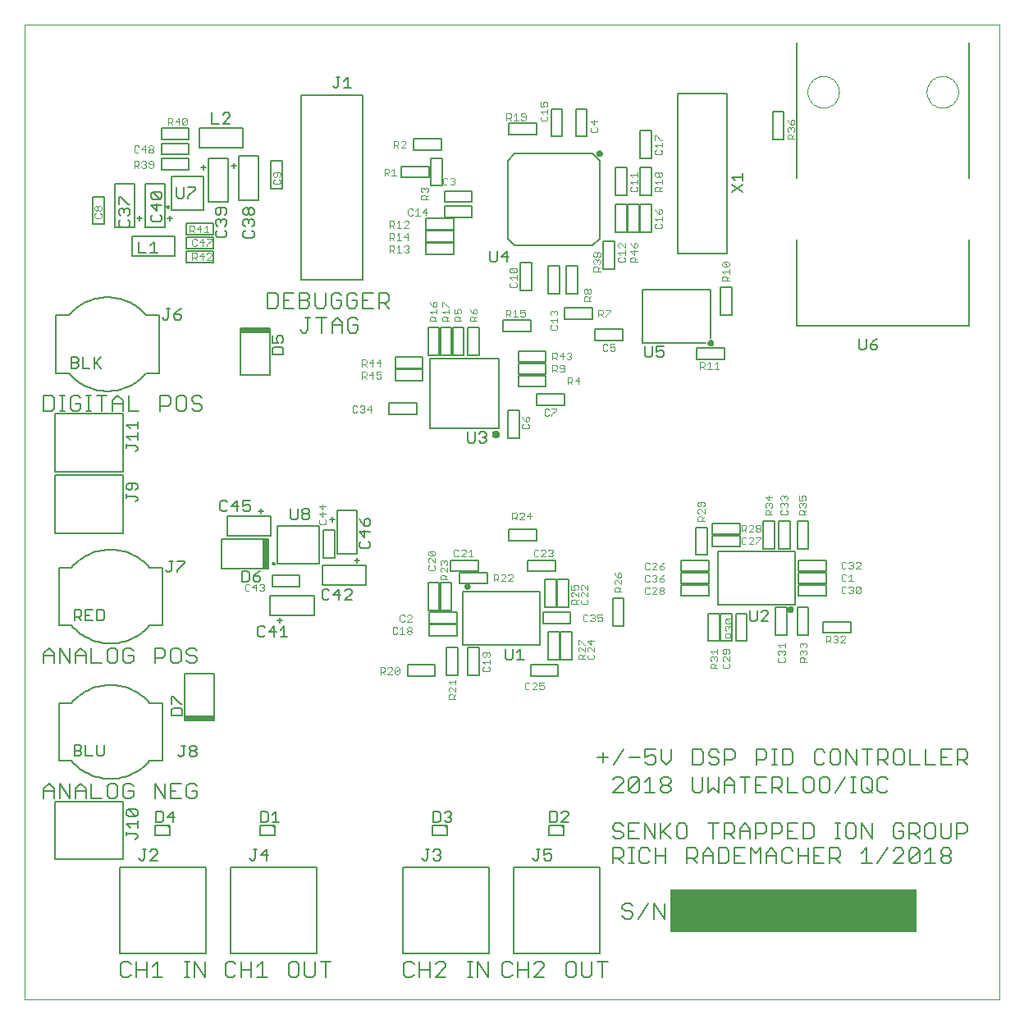
<source format=gbr>
G75*
G70*
%OFA0B0*%
%FSLAX24Y24*%
%IPPOS*%
%LPD*%
%AMOC8*
5,1,8,0,0,1.08239X$1,22.5*
%
%ADD10C,0.0000*%
%ADD11C,0.0080*%
%ADD12R,1.0000X0.1750*%
%ADD13C,0.0050*%
%ADD14C,0.0060*%
%ADD15C,0.0040*%
D10*
X000107Y000107D02*
X000107Y039727D01*
X039727Y039727D01*
X039727Y000107D01*
X000107Y000107D01*
X031921Y036982D02*
X031923Y037032D01*
X031929Y037082D01*
X031939Y037131D01*
X031952Y037180D01*
X031970Y037227D01*
X031991Y037273D01*
X032015Y037316D01*
X032043Y037358D01*
X032074Y037398D01*
X032108Y037435D01*
X032145Y037469D01*
X032185Y037500D01*
X032227Y037528D01*
X032270Y037552D01*
X032316Y037573D01*
X032363Y037591D01*
X032412Y037604D01*
X032461Y037614D01*
X032511Y037620D01*
X032561Y037622D01*
X032611Y037620D01*
X032661Y037614D01*
X032710Y037604D01*
X032759Y037591D01*
X032806Y037573D01*
X032852Y037552D01*
X032895Y037528D01*
X032937Y037500D01*
X032977Y037469D01*
X033014Y037435D01*
X033048Y037398D01*
X033079Y037358D01*
X033107Y037316D01*
X033131Y037273D01*
X033152Y037227D01*
X033170Y037180D01*
X033183Y037131D01*
X033193Y037082D01*
X033199Y037032D01*
X033201Y036982D01*
X033199Y036932D01*
X033193Y036882D01*
X033183Y036833D01*
X033170Y036784D01*
X033152Y036737D01*
X033131Y036691D01*
X033107Y036648D01*
X033079Y036606D01*
X033048Y036566D01*
X033014Y036529D01*
X032977Y036495D01*
X032937Y036464D01*
X032895Y036436D01*
X032852Y036412D01*
X032806Y036391D01*
X032759Y036373D01*
X032710Y036360D01*
X032661Y036350D01*
X032611Y036344D01*
X032561Y036342D01*
X032511Y036344D01*
X032461Y036350D01*
X032412Y036360D01*
X032363Y036373D01*
X032316Y036391D01*
X032270Y036412D01*
X032227Y036436D01*
X032185Y036464D01*
X032145Y036495D01*
X032108Y036529D01*
X032074Y036566D01*
X032043Y036606D01*
X032015Y036648D01*
X031991Y036691D01*
X031970Y036737D01*
X031952Y036784D01*
X031939Y036833D01*
X031929Y036882D01*
X031923Y036932D01*
X031921Y036982D01*
X036763Y036982D02*
X036765Y037032D01*
X036771Y037082D01*
X036781Y037131D01*
X036794Y037180D01*
X036812Y037227D01*
X036833Y037273D01*
X036857Y037316D01*
X036885Y037358D01*
X036916Y037398D01*
X036950Y037435D01*
X036987Y037469D01*
X037027Y037500D01*
X037069Y037528D01*
X037112Y037552D01*
X037158Y037573D01*
X037205Y037591D01*
X037254Y037604D01*
X037303Y037614D01*
X037353Y037620D01*
X037403Y037622D01*
X037453Y037620D01*
X037503Y037614D01*
X037552Y037604D01*
X037601Y037591D01*
X037648Y037573D01*
X037694Y037552D01*
X037737Y037528D01*
X037779Y037500D01*
X037819Y037469D01*
X037856Y037435D01*
X037890Y037398D01*
X037921Y037358D01*
X037949Y037316D01*
X037973Y037273D01*
X037994Y037227D01*
X038012Y037180D01*
X038025Y037131D01*
X038035Y037082D01*
X038041Y037032D01*
X038043Y036982D01*
X038041Y036932D01*
X038035Y036882D01*
X038025Y036833D01*
X038012Y036784D01*
X037994Y036737D01*
X037973Y036691D01*
X037949Y036648D01*
X037921Y036606D01*
X037890Y036566D01*
X037856Y036529D01*
X037819Y036495D01*
X037779Y036464D01*
X037737Y036436D01*
X037694Y036412D01*
X037648Y036391D01*
X037601Y036373D01*
X037552Y036360D01*
X037503Y036350D01*
X037453Y036344D01*
X037403Y036342D01*
X037353Y036344D01*
X037303Y036350D01*
X037254Y036360D01*
X037205Y036373D01*
X037158Y036391D01*
X037112Y036412D01*
X037069Y036436D01*
X037027Y036464D01*
X036987Y036495D01*
X036950Y036529D01*
X036916Y036566D01*
X036885Y036606D01*
X036857Y036648D01*
X036833Y036691D01*
X036812Y036737D01*
X036794Y036784D01*
X036781Y036833D01*
X036771Y036882D01*
X036765Y036932D01*
X036763Y036982D01*
D11*
X014916Y028714D02*
X014916Y028507D01*
X014812Y028404D01*
X014502Y028404D01*
X014709Y028404D02*
X014916Y028197D01*
X014502Y028197D02*
X014502Y028817D01*
X014812Y028817D01*
X014916Y028714D01*
X014271Y028817D02*
X013858Y028817D01*
X013858Y028197D01*
X014271Y028197D01*
X014064Y028507D02*
X013858Y028507D01*
X013627Y028507D02*
X013420Y028507D01*
X013627Y028507D02*
X013627Y028300D01*
X013523Y028197D01*
X013316Y028197D01*
X013213Y028300D01*
X013213Y028714D01*
X013316Y028817D01*
X013523Y028817D01*
X013627Y028714D01*
X012982Y028714D02*
X012879Y028817D01*
X012672Y028817D01*
X012569Y028714D01*
X012569Y028300D01*
X012672Y028197D01*
X012879Y028197D01*
X012982Y028300D01*
X012982Y028507D01*
X012775Y028507D01*
X012814Y027817D02*
X013021Y027610D01*
X013021Y027197D01*
X013252Y027300D02*
X013356Y027197D01*
X013562Y027197D01*
X013666Y027300D01*
X013666Y027507D01*
X013459Y027507D01*
X013252Y027714D02*
X013252Y027300D01*
X013021Y027507D02*
X012608Y027507D01*
X012608Y027610D02*
X012814Y027817D01*
X012608Y027610D02*
X012608Y027197D01*
X012170Y027197D02*
X012170Y027817D01*
X011963Y027817D02*
X012377Y027817D01*
X012234Y028197D02*
X012338Y028300D01*
X012338Y028817D01*
X011924Y028817D02*
X011924Y028300D01*
X012027Y028197D01*
X012234Y028197D01*
X011693Y028300D02*
X011590Y028197D01*
X011279Y028197D01*
X011279Y028817D01*
X011590Y028817D01*
X011693Y028714D01*
X011693Y028610D01*
X011590Y028507D01*
X011279Y028507D01*
X011590Y028507D02*
X011693Y028404D01*
X011693Y028300D01*
X011732Y027817D02*
X011525Y027817D01*
X011629Y027817D02*
X011629Y027300D01*
X011525Y027197D01*
X011422Y027197D01*
X011319Y027300D01*
X011049Y028197D02*
X010635Y028197D01*
X010635Y028817D01*
X011049Y028817D01*
X010842Y028507D02*
X010635Y028507D01*
X010404Y028300D02*
X010404Y028714D01*
X010301Y028817D01*
X009990Y028817D01*
X009990Y028197D01*
X010301Y028197D01*
X010404Y028300D01*
X013252Y027714D02*
X013356Y027817D01*
X013562Y027817D01*
X013666Y027714D01*
X007326Y024539D02*
X007223Y024642D01*
X007016Y024642D01*
X006912Y024539D01*
X006912Y024435D01*
X007016Y024332D01*
X007223Y024332D01*
X007326Y024229D01*
X007326Y024125D01*
X007223Y024022D01*
X007016Y024022D01*
X006912Y024125D01*
X006682Y024125D02*
X006682Y024539D01*
X006578Y024642D01*
X006371Y024642D01*
X006268Y024539D01*
X006268Y024125D01*
X006371Y024022D01*
X006578Y024022D01*
X006682Y024125D01*
X006037Y024332D02*
X006037Y024539D01*
X005934Y024642D01*
X005623Y024642D01*
X005623Y024022D01*
X005623Y024229D02*
X005934Y024229D01*
X006037Y024332D01*
X004748Y024022D02*
X004334Y024022D01*
X004334Y024642D01*
X004103Y024435D02*
X004103Y024022D01*
X004103Y024332D02*
X003690Y024332D01*
X003690Y024435D02*
X003690Y024022D01*
X003690Y024435D02*
X003897Y024642D01*
X004103Y024435D01*
X003459Y024642D02*
X003045Y024642D01*
X003252Y024642D02*
X003252Y024022D01*
X002822Y024022D02*
X002616Y024022D01*
X002719Y024022D02*
X002719Y024642D01*
X002616Y024642D02*
X002822Y024642D01*
X002385Y024539D02*
X002281Y024642D01*
X002074Y024642D01*
X001971Y024539D01*
X001971Y024125D01*
X002074Y024022D01*
X002281Y024022D01*
X002385Y024125D01*
X002385Y024332D01*
X002178Y024332D01*
X001748Y024022D02*
X001541Y024022D01*
X001645Y024022D02*
X001645Y024642D01*
X001748Y024642D02*
X001541Y024642D01*
X001310Y024539D02*
X001207Y024642D01*
X000897Y024642D01*
X000897Y024022D01*
X001207Y024022D01*
X001310Y024125D01*
X001310Y024539D01*
X001104Y014392D02*
X001310Y014185D01*
X001310Y013772D01*
X001541Y013772D02*
X001541Y014392D01*
X001955Y013772D01*
X001955Y014392D01*
X002186Y014185D02*
X002186Y013772D01*
X002186Y014082D02*
X002600Y014082D01*
X002600Y014185D02*
X002600Y013772D01*
X002830Y013772D02*
X002830Y014392D01*
X002600Y014185D02*
X002393Y014392D01*
X002186Y014185D01*
X002830Y013772D02*
X003244Y013772D01*
X003475Y013875D02*
X003578Y013772D01*
X003785Y013772D01*
X003889Y013875D01*
X003889Y014289D01*
X003785Y014392D01*
X003578Y014392D01*
X003475Y014289D01*
X003475Y013875D01*
X004119Y013875D02*
X004223Y013772D01*
X004430Y013772D01*
X004533Y013875D01*
X004533Y014082D01*
X004326Y014082D01*
X004119Y014289D02*
X004119Y013875D01*
X004119Y014289D02*
X004223Y014392D01*
X004430Y014392D01*
X004533Y014289D01*
X005409Y014392D02*
X005409Y013772D01*
X005409Y013979D02*
X005719Y013979D01*
X005822Y014082D01*
X005822Y014289D01*
X005719Y014392D01*
X005409Y014392D01*
X006053Y014289D02*
X006053Y013875D01*
X006156Y013772D01*
X006363Y013772D01*
X006467Y013875D01*
X006467Y014289D01*
X006363Y014392D01*
X006156Y014392D01*
X006053Y014289D01*
X006698Y014289D02*
X006698Y014185D01*
X006801Y014082D01*
X007008Y014082D01*
X007111Y013979D01*
X007111Y013875D01*
X007008Y013772D01*
X006801Y013772D01*
X006698Y013875D01*
X006698Y014289D02*
X006801Y014392D01*
X007008Y014392D01*
X007111Y014289D01*
X007008Y008892D02*
X006801Y008892D01*
X006698Y008789D01*
X006698Y008375D01*
X006801Y008272D01*
X007008Y008272D01*
X007111Y008375D01*
X007111Y008582D01*
X006904Y008582D01*
X007111Y008789D02*
X007008Y008892D01*
X006467Y008892D02*
X006053Y008892D01*
X006053Y008272D01*
X006467Y008272D01*
X006260Y008582D02*
X006053Y008582D01*
X005822Y008272D02*
X005822Y008892D01*
X005409Y008892D02*
X005822Y008272D01*
X005409Y008272D02*
X005409Y008892D01*
X004533Y008789D02*
X004430Y008892D01*
X004223Y008892D01*
X004119Y008789D01*
X004119Y008375D01*
X004223Y008272D01*
X004430Y008272D01*
X004533Y008375D01*
X004533Y008582D01*
X004326Y008582D01*
X003889Y008375D02*
X003785Y008272D01*
X003578Y008272D01*
X003475Y008375D01*
X003475Y008789D01*
X003578Y008892D01*
X003785Y008892D01*
X003889Y008789D01*
X003889Y008375D01*
X003244Y008272D02*
X002830Y008272D01*
X002830Y008892D01*
X002600Y008685D02*
X002600Y008272D01*
X002600Y008582D02*
X002186Y008582D01*
X002186Y008685D02*
X002393Y008892D01*
X002600Y008685D01*
X002186Y008685D02*
X002186Y008272D01*
X001955Y008272D02*
X001955Y008892D01*
X001541Y008892D02*
X001955Y008272D01*
X001541Y008272D02*
X001541Y008892D01*
X001310Y008685D02*
X001310Y008272D01*
X001310Y008582D02*
X000897Y008582D01*
X000897Y008685D02*
X001104Y008892D01*
X001310Y008685D01*
X000897Y008685D02*
X000897Y008272D01*
X000897Y013772D02*
X000897Y014185D01*
X001104Y014392D01*
X000897Y014082D02*
X001310Y014082D01*
X004125Y001642D02*
X004022Y001539D01*
X004022Y001125D01*
X004125Y001022D01*
X004332Y001022D01*
X004435Y001125D01*
X004666Y001022D02*
X004666Y001642D01*
X004435Y001539D02*
X004332Y001642D01*
X004125Y001642D01*
X004666Y001332D02*
X005080Y001332D01*
X005311Y001435D02*
X005518Y001642D01*
X005518Y001022D01*
X005311Y001022D02*
X005725Y001022D01*
X005080Y001022D02*
X005080Y001642D01*
X006600Y001642D02*
X006807Y001642D01*
X006703Y001642D02*
X006703Y001022D01*
X006600Y001022D02*
X006807Y001022D01*
X007030Y001022D02*
X007030Y001642D01*
X007443Y001022D01*
X007443Y001642D01*
X008272Y001539D02*
X008272Y001125D01*
X008375Y001022D01*
X008582Y001022D01*
X008685Y001125D01*
X008916Y001022D02*
X008916Y001642D01*
X008685Y001539D02*
X008582Y001642D01*
X008375Y001642D01*
X008272Y001539D01*
X008916Y001332D02*
X009330Y001332D01*
X009561Y001435D02*
X009768Y001642D01*
X009768Y001022D01*
X009561Y001022D02*
X009975Y001022D01*
X009330Y001022D02*
X009330Y001642D01*
X010850Y001539D02*
X010850Y001125D01*
X010953Y001022D01*
X011160Y001022D01*
X011264Y001125D01*
X011264Y001539D01*
X011160Y001642D01*
X010953Y001642D01*
X010850Y001539D01*
X011494Y001642D02*
X011494Y001125D01*
X011598Y001022D01*
X011805Y001022D01*
X011908Y001125D01*
X011908Y001642D01*
X012139Y001642D02*
X012553Y001642D01*
X012346Y001642D02*
X012346Y001022D01*
X015522Y001125D02*
X015625Y001022D01*
X015832Y001022D01*
X015935Y001125D01*
X016166Y001022D02*
X016166Y001642D01*
X015935Y001539D02*
X015832Y001642D01*
X015625Y001642D01*
X015522Y001539D01*
X015522Y001125D01*
X016166Y001332D02*
X016580Y001332D01*
X016811Y001539D02*
X016914Y001642D01*
X017121Y001642D01*
X017225Y001539D01*
X017225Y001435D01*
X016811Y001022D01*
X017225Y001022D01*
X016580Y001022D02*
X016580Y001642D01*
X018100Y001642D02*
X018307Y001642D01*
X018203Y001642D02*
X018203Y001022D01*
X018100Y001022D02*
X018307Y001022D01*
X018530Y001022D02*
X018530Y001642D01*
X018943Y001022D01*
X018943Y001642D01*
X019522Y001539D02*
X019522Y001125D01*
X019625Y001022D01*
X019832Y001022D01*
X019935Y001125D01*
X020166Y001022D02*
X020166Y001642D01*
X019935Y001539D02*
X019832Y001642D01*
X019625Y001642D01*
X019522Y001539D01*
X020166Y001332D02*
X020580Y001332D01*
X020811Y001539D02*
X020914Y001642D01*
X021121Y001642D01*
X021225Y001539D01*
X021225Y001435D01*
X020811Y001022D01*
X021225Y001022D01*
X020580Y001022D02*
X020580Y001642D01*
X022100Y001539D02*
X022100Y001125D01*
X022203Y001022D01*
X022410Y001022D01*
X022514Y001125D01*
X022514Y001539D01*
X022410Y001642D01*
X022203Y001642D01*
X022100Y001539D01*
X022744Y001642D02*
X022744Y001125D01*
X022848Y001022D01*
X023055Y001022D01*
X023158Y001125D01*
X023158Y001642D01*
X023389Y001642D02*
X023803Y001642D01*
X023596Y001642D02*
X023596Y001022D01*
X024500Y003397D02*
X024397Y003500D01*
X024500Y003397D02*
X024707Y003397D01*
X024810Y003500D01*
X024810Y003604D01*
X024707Y003707D01*
X024500Y003707D01*
X024397Y003810D01*
X024397Y003914D01*
X024500Y004017D01*
X024707Y004017D01*
X024810Y003914D01*
X025041Y003397D02*
X025455Y004017D01*
X025686Y004017D02*
X025686Y003397D01*
X026100Y003397D02*
X025686Y004017D01*
X026100Y004017D02*
X026100Y003397D01*
X026154Y005647D02*
X026154Y006267D01*
X026154Y005957D02*
X025741Y005957D01*
X025741Y005647D02*
X025741Y006267D01*
X025510Y006164D02*
X025406Y006267D01*
X025199Y006267D01*
X025096Y006164D01*
X025096Y005750D01*
X025199Y005647D01*
X025406Y005647D01*
X025510Y005750D01*
X024873Y005647D02*
X024666Y005647D01*
X024770Y005647D02*
X024770Y006267D01*
X024873Y006267D02*
X024666Y006267D01*
X024435Y006164D02*
X024332Y006267D01*
X024022Y006267D01*
X024022Y005647D01*
X024022Y005854D02*
X024332Y005854D01*
X024435Y005957D01*
X024435Y006164D01*
X024229Y005854D02*
X024435Y005647D01*
X024332Y006647D02*
X024125Y006647D01*
X024022Y006750D01*
X024125Y006957D02*
X024332Y006957D01*
X024435Y006854D01*
X024435Y006750D01*
X024332Y006647D01*
X024666Y006647D02*
X025080Y006647D01*
X025311Y006647D02*
X025311Y007267D01*
X025725Y006647D01*
X025725Y007267D01*
X025955Y007267D02*
X025955Y006647D01*
X025955Y006854D02*
X026369Y007267D01*
X026600Y007164D02*
X026600Y006750D01*
X026703Y006647D01*
X026910Y006647D01*
X027014Y006750D01*
X027014Y007164D01*
X026910Y007267D01*
X026703Y007267D01*
X026600Y007164D01*
X026369Y006647D02*
X026059Y006957D01*
X027030Y006267D02*
X027340Y006267D01*
X027443Y006164D01*
X027443Y005957D01*
X027340Y005854D01*
X027030Y005854D01*
X027236Y005854D02*
X027443Y005647D01*
X027674Y005647D02*
X027674Y006060D01*
X027881Y006267D01*
X028088Y006060D01*
X028088Y005647D01*
X028319Y005647D02*
X028629Y005647D01*
X028732Y005750D01*
X028732Y006164D01*
X028629Y006267D01*
X028319Y006267D01*
X028319Y005647D01*
X028088Y005957D02*
X027674Y005957D01*
X027030Y005647D02*
X027030Y006267D01*
X028096Y006647D02*
X028096Y007267D01*
X027889Y007267D02*
X028303Y007267D01*
X028534Y007267D02*
X028844Y007267D01*
X028947Y007164D01*
X028947Y006957D01*
X028844Y006854D01*
X028534Y006854D01*
X028740Y006854D02*
X028947Y006647D01*
X029178Y006647D02*
X029178Y007060D01*
X029385Y007267D01*
X029592Y007060D01*
X029592Y006647D01*
X029823Y006647D02*
X029823Y007267D01*
X030133Y007267D01*
X030236Y007164D01*
X030236Y006957D01*
X030133Y006854D01*
X029823Y006854D01*
X029592Y006957D02*
X029178Y006957D01*
X029377Y006267D02*
X028963Y006267D01*
X028963Y005647D01*
X029377Y005647D01*
X029608Y005647D02*
X029608Y006267D01*
X029815Y006060D01*
X030021Y006267D01*
X030021Y005647D01*
X030252Y005647D02*
X030252Y006060D01*
X030459Y006267D01*
X030666Y006060D01*
X030666Y005647D01*
X030897Y005750D02*
X030897Y006164D01*
X031000Y006267D01*
X031207Y006267D01*
X031310Y006164D01*
X031541Y006267D02*
X031541Y005647D01*
X031310Y005750D02*
X031207Y005647D01*
X031000Y005647D01*
X030897Y005750D01*
X030666Y005957D02*
X030252Y005957D01*
X030467Y006647D02*
X030467Y007267D01*
X030777Y007267D01*
X030881Y007164D01*
X030881Y006957D01*
X030777Y006854D01*
X030467Y006854D01*
X031112Y006957D02*
X031318Y006957D01*
X031112Y006647D02*
X031525Y006647D01*
X031756Y006647D02*
X032066Y006647D01*
X032170Y006750D01*
X032170Y007164D01*
X032066Y007267D01*
X031756Y007267D01*
X031756Y006647D01*
X031955Y006267D02*
X031955Y005647D01*
X032186Y005647D02*
X032599Y005647D01*
X032830Y005647D02*
X032830Y006267D01*
X033141Y006267D01*
X033244Y006164D01*
X033244Y005957D01*
X033141Y005854D01*
X032830Y005854D01*
X033037Y005854D02*
X033244Y005647D01*
X034119Y005647D02*
X034533Y005647D01*
X034326Y005647D02*
X034326Y006267D01*
X034119Y006060D01*
X034119Y006647D02*
X034119Y007267D01*
X034533Y006647D01*
X034533Y007267D01*
X033889Y007164D02*
X033889Y006750D01*
X033785Y006647D01*
X033578Y006647D01*
X033475Y006750D01*
X033475Y007164D01*
X033578Y007267D01*
X033785Y007267D01*
X033889Y007164D01*
X033252Y007267D02*
X033045Y007267D01*
X033149Y007267D02*
X033149Y006647D01*
X033252Y006647D02*
X033045Y006647D01*
X032599Y006267D02*
X032186Y006267D01*
X032186Y005647D01*
X032186Y005957D02*
X032393Y005957D01*
X031955Y005957D02*
X031541Y005957D01*
X031112Y006647D02*
X031112Y007267D01*
X031525Y007267D01*
X031525Y008522D02*
X031112Y008522D01*
X031112Y009142D01*
X030881Y009039D02*
X030881Y008832D01*
X030777Y008729D01*
X030467Y008729D01*
X030674Y008729D02*
X030881Y008522D01*
X030467Y008522D02*
X030467Y009142D01*
X030777Y009142D01*
X030881Y009039D01*
X030916Y009647D02*
X031227Y009647D01*
X031330Y009750D01*
X031330Y010164D01*
X031227Y010267D01*
X030916Y010267D01*
X030916Y009647D01*
X030693Y009647D02*
X030487Y009647D01*
X030590Y009647D02*
X030590Y010267D01*
X030487Y010267D02*
X030693Y010267D01*
X030256Y010164D02*
X030256Y009957D01*
X030152Y009854D01*
X029842Y009854D01*
X029842Y009647D02*
X029842Y010267D01*
X030152Y010267D01*
X030256Y010164D01*
X030236Y009142D02*
X029823Y009142D01*
X029823Y008522D01*
X030236Y008522D01*
X030029Y008832D02*
X029823Y008832D01*
X029592Y009142D02*
X029178Y009142D01*
X029385Y009142D02*
X029385Y008522D01*
X028947Y008522D02*
X028947Y008935D01*
X028740Y009142D01*
X028534Y008935D01*
X028534Y008522D01*
X028303Y008522D02*
X028303Y009142D01*
X028534Y008832D02*
X028947Y008832D01*
X028303Y008522D02*
X028096Y008729D01*
X027889Y008522D01*
X027889Y009142D01*
X027658Y009142D02*
X027658Y008625D01*
X027555Y008522D01*
X027348Y008522D01*
X027244Y008625D01*
X027244Y009142D01*
X027264Y009647D02*
X027574Y009647D01*
X027678Y009750D01*
X027678Y010164D01*
X027574Y010267D01*
X027264Y010267D01*
X027264Y009647D01*
X027909Y009750D02*
X028012Y009647D01*
X028219Y009647D01*
X028322Y009750D01*
X028322Y009854D01*
X028219Y009957D01*
X028012Y009957D01*
X027909Y010060D01*
X027909Y010164D01*
X028012Y010267D01*
X028219Y010267D01*
X028322Y010164D01*
X028553Y010267D02*
X028863Y010267D01*
X028967Y010164D01*
X028967Y009957D01*
X028863Y009854D01*
X028553Y009854D01*
X028553Y009647D02*
X028553Y010267D01*
X026389Y010267D02*
X026389Y009854D01*
X026182Y009647D01*
X025975Y009854D01*
X025975Y010267D01*
X025744Y010267D02*
X025330Y010267D01*
X025330Y009957D01*
X025537Y010060D01*
X025641Y010060D01*
X025744Y009957D01*
X025744Y009750D01*
X025641Y009647D01*
X025434Y009647D01*
X025330Y009750D01*
X025100Y009957D02*
X024686Y009957D01*
X024455Y010267D02*
X024041Y009647D01*
X023810Y009957D02*
X023397Y009957D01*
X023604Y010164D02*
X023604Y009750D01*
X024125Y009142D02*
X024022Y009039D01*
X024125Y009142D02*
X024332Y009142D01*
X024435Y009039D01*
X024435Y008935D01*
X024022Y008522D01*
X024435Y008522D01*
X024666Y008625D02*
X025080Y009039D01*
X025080Y008625D01*
X024977Y008522D01*
X024770Y008522D01*
X024666Y008625D01*
X024666Y009039D01*
X024770Y009142D01*
X024977Y009142D01*
X025080Y009039D01*
X025311Y008935D02*
X025518Y009142D01*
X025518Y008522D01*
X025311Y008522D02*
X025725Y008522D01*
X025955Y008625D02*
X025955Y008729D01*
X026059Y008832D01*
X026266Y008832D01*
X026369Y008729D01*
X026369Y008625D01*
X026266Y008522D01*
X026059Y008522D01*
X025955Y008625D01*
X026059Y008832D02*
X025955Y008935D01*
X025955Y009039D01*
X026059Y009142D01*
X026266Y009142D01*
X026369Y009039D01*
X026369Y008935D01*
X026266Y008832D01*
X025080Y007267D02*
X024666Y007267D01*
X024666Y006647D01*
X024666Y006957D02*
X024873Y006957D01*
X024435Y007164D02*
X024332Y007267D01*
X024125Y007267D01*
X024022Y007164D01*
X024022Y007060D01*
X024125Y006957D01*
X028534Y006647D02*
X028534Y007267D01*
X028963Y005957D02*
X029170Y005957D01*
X031756Y008625D02*
X031860Y008522D01*
X032066Y008522D01*
X032170Y008625D01*
X032170Y009039D01*
X032066Y009142D01*
X031860Y009142D01*
X031756Y009039D01*
X031756Y008625D01*
X032401Y008625D02*
X032504Y008522D01*
X032711Y008522D01*
X032814Y008625D01*
X032814Y009039D01*
X032711Y009142D01*
X032504Y009142D01*
X032401Y009039D01*
X032401Y008625D01*
X033045Y008522D02*
X033459Y009142D01*
X033690Y009142D02*
X033897Y009142D01*
X033793Y009142D02*
X033793Y008522D01*
X033690Y008522D02*
X033897Y008522D01*
X034119Y008625D02*
X034223Y008522D01*
X034430Y008522D01*
X034533Y008625D01*
X034533Y009039D01*
X034430Y009142D01*
X034223Y009142D01*
X034119Y009039D01*
X034119Y008625D01*
X034326Y008729D02*
X034533Y008522D01*
X034764Y008625D02*
X034764Y009039D01*
X034867Y009142D01*
X035074Y009142D01*
X035178Y009039D01*
X035178Y008625D02*
X035074Y008522D01*
X034867Y008522D01*
X034764Y008625D01*
X034783Y009647D02*
X034783Y010267D01*
X035094Y010267D01*
X035197Y010164D01*
X035197Y009957D01*
X035094Y009854D01*
X034783Y009854D01*
X034990Y009854D02*
X035197Y009647D01*
X035428Y009750D02*
X035531Y009647D01*
X035738Y009647D01*
X035842Y009750D01*
X035842Y010164D01*
X035738Y010267D01*
X035531Y010267D01*
X035428Y010164D01*
X035428Y009750D01*
X036073Y009647D02*
X036486Y009647D01*
X036717Y009647D02*
X036717Y010267D01*
X036717Y009647D02*
X037131Y009647D01*
X037362Y009647D02*
X037775Y009647D01*
X038006Y009647D02*
X038006Y010267D01*
X038316Y010267D01*
X038420Y010164D01*
X038420Y009957D01*
X038316Y009854D01*
X038006Y009854D01*
X038213Y009854D02*
X038420Y009647D01*
X037775Y010267D02*
X037362Y010267D01*
X037362Y009647D01*
X037362Y009957D02*
X037568Y009957D01*
X036073Y010267D02*
X036073Y009647D01*
X034553Y010267D02*
X034139Y010267D01*
X034346Y010267D02*
X034346Y009647D01*
X033908Y009647D02*
X033908Y010267D01*
X033494Y010267D02*
X033494Y009647D01*
X033264Y009750D02*
X033264Y010164D01*
X033160Y010267D01*
X032953Y010267D01*
X032850Y010164D01*
X032850Y009750D01*
X032953Y009647D01*
X033160Y009647D01*
X033264Y009750D01*
X033494Y010267D02*
X033908Y009647D01*
X032619Y009750D02*
X032516Y009647D01*
X032309Y009647D01*
X032205Y009750D01*
X032205Y010164D01*
X032309Y010267D01*
X032516Y010267D01*
X032619Y010164D01*
X035512Y007267D02*
X035408Y007164D01*
X035408Y006750D01*
X035512Y006647D01*
X035719Y006647D01*
X035822Y006750D01*
X035822Y006957D01*
X035615Y006957D01*
X035822Y007164D02*
X035719Y007267D01*
X035512Y007267D01*
X036053Y007267D02*
X036053Y006647D01*
X036053Y006854D02*
X036363Y006854D01*
X036467Y006957D01*
X036467Y007164D01*
X036363Y007267D01*
X036053Y007267D01*
X036260Y006854D02*
X036467Y006647D01*
X036698Y006750D02*
X036698Y007164D01*
X036801Y007267D01*
X037008Y007267D01*
X037111Y007164D01*
X037111Y006750D01*
X037008Y006647D01*
X036801Y006647D01*
X036698Y006750D01*
X036904Y006267D02*
X036904Y005647D01*
X036698Y005647D02*
X037111Y005647D01*
X037342Y005750D02*
X037342Y005854D01*
X037445Y005957D01*
X037652Y005957D01*
X037756Y005854D01*
X037756Y005750D01*
X037652Y005647D01*
X037445Y005647D01*
X037342Y005750D01*
X037445Y005957D02*
X037342Y006060D01*
X037342Y006164D01*
X037445Y006267D01*
X037652Y006267D01*
X037756Y006164D01*
X037756Y006060D01*
X037652Y005957D01*
X037652Y006647D02*
X037756Y006750D01*
X037756Y007267D01*
X037987Y007267D02*
X037987Y006647D01*
X037987Y006854D02*
X038297Y006854D01*
X038400Y006957D01*
X038400Y007164D01*
X038297Y007267D01*
X037987Y007267D01*
X037652Y006647D02*
X037445Y006647D01*
X037342Y006750D01*
X037342Y007267D01*
X036904Y006267D02*
X036698Y006060D01*
X036467Y006164D02*
X036467Y005750D01*
X036363Y005647D01*
X036156Y005647D01*
X036053Y005750D01*
X036467Y006164D01*
X036363Y006267D01*
X036156Y006267D01*
X036053Y006164D01*
X036053Y005750D01*
X035822Y005647D02*
X035408Y005647D01*
X035822Y006060D01*
X035822Y006164D01*
X035719Y006267D01*
X035512Y006267D01*
X035408Y006164D01*
X035178Y006267D02*
X034764Y005647D01*
D12*
X031357Y003732D03*
D13*
X023482Y005482D02*
X023482Y001982D01*
X019982Y001982D01*
X019982Y005482D01*
X023482Y005482D01*
X022032Y006782D02*
X021432Y006782D01*
X021432Y007182D01*
X022032Y007182D01*
X022032Y007082D01*
X021932Y007182D01*
X022032Y007182D01*
X022032Y006782D01*
X022032Y007125D02*
X021989Y007125D01*
X022032Y007174D02*
X021940Y007174D01*
X018982Y005482D02*
X015482Y005482D01*
X015482Y001982D01*
X018982Y001982D01*
X018982Y005482D01*
X017282Y006782D02*
X017282Y007182D01*
X017282Y007082D01*
X017182Y007182D01*
X017282Y007182D01*
X016682Y007182D01*
X016682Y006782D01*
X017282Y006782D01*
X017282Y007125D02*
X017239Y007125D01*
X017282Y007174D02*
X017190Y007174D01*
X011982Y005482D02*
X011982Y001982D01*
X008482Y001982D01*
X008482Y005482D01*
X011982Y005482D01*
X010282Y006782D02*
X009682Y006782D01*
X009682Y007182D01*
X010282Y007182D01*
X010282Y007082D01*
X010182Y007182D01*
X010282Y007182D01*
X010282Y006782D01*
X010282Y007125D02*
X010239Y007125D01*
X010282Y007174D02*
X010190Y007174D01*
X007482Y005482D02*
X003982Y005482D01*
X003982Y001982D01*
X007482Y001982D01*
X007482Y005482D01*
X006032Y006782D02*
X005432Y006782D01*
X005432Y007182D01*
X006032Y007182D01*
X006032Y007082D01*
X005932Y007182D01*
X006032Y007182D01*
X006032Y006782D01*
X006032Y007125D02*
X005989Y007125D01*
X006032Y007174D02*
X005940Y007174D01*
X004110Y008163D02*
X004110Y005801D01*
X001354Y005801D01*
X001354Y008163D01*
X004110Y008163D01*
X005182Y009801D02*
X005713Y009801D01*
X005713Y012163D01*
X005182Y012163D01*
X006632Y011632D02*
X006632Y011482D01*
X007832Y011482D01*
X007832Y011632D01*
X006632Y011632D01*
X006632Y011591D02*
X007832Y011591D01*
X007832Y011542D02*
X006632Y011542D01*
X006632Y011494D02*
X007832Y011494D01*
X007832Y011457D02*
X006632Y011457D01*
X006632Y013357D01*
X007832Y013357D01*
X007832Y011457D01*
X005713Y015301D02*
X005182Y015301D01*
X005713Y015301D02*
X005713Y017663D01*
X005182Y017663D01*
X004110Y019051D02*
X001354Y019051D01*
X001354Y021413D01*
X004110Y021413D01*
X004110Y019051D01*
X002032Y017663D02*
X001501Y017663D01*
X001501Y015301D01*
X002032Y015301D01*
X002032Y017663D02*
X002099Y017737D01*
X002169Y017807D01*
X002242Y017874D01*
X002318Y017938D01*
X002397Y017998D01*
X002479Y018054D01*
X002564Y018106D01*
X002651Y018154D01*
X002740Y018197D01*
X002832Y018237D01*
X002925Y018272D01*
X003019Y018302D01*
X003115Y018328D01*
X003212Y018349D01*
X003310Y018366D01*
X003409Y018377D01*
X003508Y018385D01*
X003607Y018387D01*
X003706Y018385D01*
X003805Y018377D01*
X003904Y018366D01*
X004002Y018349D01*
X004099Y018328D01*
X004195Y018302D01*
X004289Y018272D01*
X004382Y018237D01*
X004474Y018197D01*
X004563Y018154D01*
X004650Y018106D01*
X004735Y018054D01*
X004817Y017998D01*
X004896Y017938D01*
X004972Y017874D01*
X005045Y017807D01*
X005115Y017737D01*
X005182Y017663D01*
X005182Y015301D02*
X005115Y015227D01*
X005045Y015157D01*
X004972Y015090D01*
X004896Y015026D01*
X004817Y014966D01*
X004735Y014910D01*
X004650Y014858D01*
X004563Y014810D01*
X004474Y014767D01*
X004382Y014727D01*
X004289Y014692D01*
X004195Y014662D01*
X004099Y014636D01*
X004002Y014615D01*
X003904Y014598D01*
X003805Y014587D01*
X003706Y014579D01*
X003607Y014577D01*
X003508Y014579D01*
X003409Y014587D01*
X003310Y014598D01*
X003212Y014615D01*
X003115Y014636D01*
X003019Y014662D01*
X002925Y014692D01*
X002832Y014727D01*
X002740Y014767D01*
X002651Y014810D01*
X002564Y014858D01*
X002479Y014910D01*
X002397Y014966D01*
X002318Y015026D01*
X002242Y015090D01*
X002169Y015157D01*
X002099Y015227D01*
X002032Y015301D01*
X002032Y012163D02*
X001501Y012163D01*
X001501Y009801D01*
X002032Y009801D01*
X002032Y012163D02*
X002099Y012237D01*
X002169Y012307D01*
X002242Y012374D01*
X002318Y012438D01*
X002397Y012498D01*
X002479Y012554D01*
X002564Y012606D01*
X002651Y012654D01*
X002740Y012697D01*
X002832Y012737D01*
X002925Y012772D01*
X003019Y012802D01*
X003115Y012828D01*
X003212Y012849D01*
X003310Y012866D01*
X003409Y012877D01*
X003508Y012885D01*
X003607Y012887D01*
X003706Y012885D01*
X003805Y012877D01*
X003904Y012866D01*
X004002Y012849D01*
X004099Y012828D01*
X004195Y012802D01*
X004289Y012772D01*
X004382Y012737D01*
X004474Y012697D01*
X004563Y012654D01*
X004650Y012606D01*
X004735Y012554D01*
X004817Y012498D01*
X004896Y012438D01*
X004972Y012374D01*
X005045Y012307D01*
X005115Y012237D01*
X005182Y012163D01*
X005182Y009801D02*
X005115Y009727D01*
X005045Y009657D01*
X004972Y009590D01*
X004896Y009526D01*
X004817Y009466D01*
X004735Y009410D01*
X004650Y009358D01*
X004563Y009310D01*
X004474Y009267D01*
X004382Y009227D01*
X004289Y009192D01*
X004195Y009162D01*
X004099Y009136D01*
X004002Y009115D01*
X003904Y009098D01*
X003805Y009087D01*
X003706Y009079D01*
X003607Y009077D01*
X003508Y009079D01*
X003409Y009087D01*
X003310Y009098D01*
X003212Y009115D01*
X003115Y009136D01*
X003019Y009162D01*
X002925Y009192D01*
X002832Y009227D01*
X002740Y009267D01*
X002651Y009310D01*
X002564Y009358D01*
X002479Y009410D01*
X002397Y009466D01*
X002318Y009526D01*
X002242Y009590D01*
X002169Y009657D01*
X002099Y009727D01*
X002032Y009801D01*
X008107Y017632D02*
X008107Y018832D01*
X010007Y018832D01*
X010007Y017632D01*
X008107Y017632D01*
X008344Y018957D02*
X008344Y019757D01*
X010119Y019757D01*
X010119Y018957D01*
X008344Y018957D01*
X009832Y018832D02*
X009832Y017632D01*
X009982Y017632D01*
X009982Y018832D01*
X009832Y018832D01*
X009832Y018824D02*
X009982Y018824D01*
X009982Y018775D02*
X009832Y018775D01*
X009832Y018727D02*
X009982Y018727D01*
X009982Y018678D02*
X009832Y018678D01*
X009832Y018630D02*
X009982Y018630D01*
X009982Y018581D02*
X009832Y018581D01*
X009832Y018533D02*
X009982Y018533D01*
X009982Y018484D02*
X009832Y018484D01*
X009832Y018436D02*
X009982Y018436D01*
X009982Y018387D02*
X009832Y018387D01*
X009832Y018338D02*
X009982Y018338D01*
X009982Y018290D02*
X009832Y018290D01*
X009832Y018241D02*
X009982Y018241D01*
X009982Y018193D02*
X009832Y018193D01*
X009832Y018144D02*
X009982Y018144D01*
X009982Y018096D02*
X009832Y018096D01*
X009832Y018047D02*
X009982Y018047D01*
X009982Y017999D02*
X009832Y017999D01*
X009832Y017950D02*
X009982Y017950D01*
X009982Y017902D02*
X009832Y017902D01*
X009832Y017853D02*
X009982Y017853D01*
X009982Y017804D02*
X009832Y017804D01*
X009832Y017756D02*
X009982Y017756D01*
X009982Y017707D02*
X009832Y017707D01*
X009832Y017659D02*
X009982Y017659D01*
X010208Y017790D02*
X010219Y017780D01*
X010232Y017773D01*
X010248Y017770D01*
X010263Y017773D01*
X010276Y017780D01*
X010287Y017790D01*
X010294Y017804D01*
X010297Y017819D01*
X010294Y017835D01*
X010287Y017848D01*
X010276Y017859D01*
X010263Y017866D01*
X010248Y017869D01*
X010232Y017866D01*
X010219Y017859D01*
X010208Y017848D01*
X010201Y017835D01*
X010198Y017819D01*
X010201Y017804D01*
X010208Y017790D01*
X010201Y017804D02*
X010294Y017804D01*
X010283Y017853D02*
X010212Y017853D01*
X010395Y017819D02*
X010395Y019345D01*
X012068Y019345D01*
X012068Y017819D01*
X010395Y017819D01*
X010169Y017337D02*
X010169Y016877D01*
X011294Y016877D01*
X011294Y017337D01*
X010169Y017337D01*
X010094Y016507D02*
X011869Y016507D01*
X011869Y015707D01*
X010094Y015707D01*
X010094Y016507D01*
X010482Y015607D02*
X010482Y015407D01*
X010382Y015507D02*
X010582Y015507D01*
X012219Y016957D02*
X012219Y017757D01*
X013994Y017757D01*
X013994Y016957D01*
X012219Y016957D01*
X012252Y018044D02*
X012252Y019169D01*
X012712Y019169D01*
X012712Y018044D01*
X012252Y018044D01*
X012832Y018219D02*
X012832Y019994D01*
X013632Y019994D01*
X013632Y018219D01*
X012832Y018219D01*
X013507Y017957D02*
X013707Y017957D01*
X013607Y017857D02*
X013607Y018057D01*
X012632Y019507D02*
X012632Y019707D01*
X012732Y019607D02*
X012532Y019607D01*
X009832Y019957D02*
X009632Y019957D01*
X009732Y019857D02*
X009732Y020057D01*
X010082Y025482D02*
X008882Y025482D01*
X008882Y027382D01*
X010082Y027382D01*
X010082Y025482D01*
X010082Y027207D02*
X008882Y027207D01*
X008882Y027357D01*
X010082Y027357D01*
X010082Y027207D01*
X010082Y027222D02*
X008882Y027222D01*
X008882Y027270D02*
X010082Y027270D01*
X010082Y027319D02*
X008882Y027319D01*
X007794Y030064D02*
X006669Y030064D01*
X006669Y030524D01*
X007794Y030524D01*
X007794Y030064D01*
X007794Y030627D02*
X007794Y031087D01*
X006669Y031087D01*
X006669Y030627D01*
X007794Y030627D01*
X007794Y031189D02*
X006669Y031189D01*
X006669Y031649D01*
X007794Y031649D01*
X007794Y031189D01*
X007372Y032168D02*
X006092Y032168D01*
X006092Y033546D01*
X007372Y033546D01*
X007372Y032168D01*
X007582Y032520D02*
X007582Y034295D01*
X008382Y034295D01*
X008382Y032520D01*
X007582Y032520D01*
X008832Y032594D02*
X008832Y034369D01*
X009632Y034369D01*
X009632Y032594D01*
X008832Y032594D01*
X008632Y033882D02*
X008632Y034082D01*
X008732Y033982D02*
X008532Y033982D01*
X008982Y034707D02*
X007232Y034707D01*
X007232Y035507D01*
X008982Y035507D01*
X008982Y034707D01*
X010127Y034169D02*
X010587Y034169D01*
X010587Y033044D01*
X010127Y033044D01*
X010127Y034169D01*
X007482Y033907D02*
X007282Y033907D01*
X007382Y034007D02*
X007382Y033807D01*
X006794Y033814D02*
X006794Y034274D01*
X005669Y034274D01*
X005669Y033814D01*
X006794Y033814D01*
X006794Y034439D02*
X005669Y034439D01*
X005669Y034899D01*
X006794Y034899D01*
X006794Y034439D01*
X006794Y035064D02*
X005669Y035064D01*
X005669Y035524D01*
X006794Y035524D01*
X006794Y035064D01*
X005819Y033244D02*
X005819Y031469D01*
X005019Y031469D01*
X005019Y033244D01*
X005819Y033244D01*
X005944Y032365D02*
X005929Y032362D01*
X005915Y032355D01*
X005905Y032344D01*
X005898Y032331D01*
X005895Y032315D01*
X005898Y032300D01*
X005905Y032287D01*
X005915Y032276D01*
X005929Y032269D01*
X005944Y032266D01*
X005960Y032269D01*
X005973Y032276D01*
X005984Y032287D01*
X005991Y032300D01*
X005994Y032315D01*
X005991Y032331D01*
X005984Y032344D01*
X005973Y032355D01*
X005960Y032362D01*
X005944Y032365D01*
X005896Y032319D02*
X005993Y032319D01*
X005963Y032270D02*
X005926Y032270D01*
X006019Y031957D02*
X006019Y031757D01*
X005919Y031857D02*
X006119Y031857D01*
X006232Y031132D02*
X006232Y030332D01*
X004482Y030332D01*
X004482Y031132D01*
X006232Y031132D01*
X004869Y031857D02*
X004669Y031857D01*
X004769Y031757D02*
X004769Y031957D01*
X004569Y031469D02*
X004569Y033244D01*
X003769Y033244D01*
X003769Y031469D01*
X004569Y031469D01*
X003337Y031607D02*
X003337Y032732D01*
X002877Y032732D01*
X002877Y031607D01*
X003337Y031607D01*
X001907Y027913D02*
X001376Y027913D01*
X001376Y025551D01*
X001907Y025551D01*
X001354Y023913D02*
X004110Y023913D01*
X004110Y021551D01*
X001354Y021551D01*
X001354Y023913D01*
X001907Y027913D02*
X001974Y027987D01*
X002044Y028057D01*
X002117Y028124D01*
X002193Y028188D01*
X002272Y028248D01*
X002354Y028304D01*
X002439Y028356D01*
X002526Y028404D01*
X002615Y028447D01*
X002707Y028487D01*
X002800Y028522D01*
X002894Y028552D01*
X002990Y028578D01*
X003087Y028599D01*
X003185Y028616D01*
X003284Y028627D01*
X003383Y028635D01*
X003482Y028637D01*
X003581Y028635D01*
X003680Y028627D01*
X003779Y028616D01*
X003877Y028599D01*
X003974Y028578D01*
X004070Y028552D01*
X004164Y028522D01*
X004257Y028487D01*
X004349Y028447D01*
X004438Y028404D01*
X004525Y028356D01*
X004610Y028304D01*
X004692Y028248D01*
X004771Y028188D01*
X004847Y028124D01*
X004920Y028057D01*
X004990Y027987D01*
X005057Y027913D01*
X005588Y027913D01*
X005588Y025551D01*
X005057Y025551D01*
X004990Y025477D01*
X004920Y025407D01*
X004847Y025340D01*
X004771Y025276D01*
X004692Y025216D01*
X004610Y025160D01*
X004525Y025108D01*
X004438Y025060D01*
X004349Y025017D01*
X004257Y024977D01*
X004164Y024942D01*
X004070Y024912D01*
X003974Y024886D01*
X003877Y024865D01*
X003779Y024848D01*
X003680Y024837D01*
X003581Y024829D01*
X003482Y024827D01*
X003383Y024829D01*
X003284Y024837D01*
X003185Y024848D01*
X003087Y024865D01*
X002990Y024886D01*
X002894Y024912D01*
X002800Y024942D01*
X002707Y024977D01*
X002615Y025017D01*
X002526Y025060D01*
X002439Y025108D01*
X002354Y025160D01*
X002272Y025216D01*
X002193Y025276D01*
X002117Y025340D01*
X002044Y025407D01*
X001974Y025477D01*
X001907Y025551D01*
X011357Y029357D02*
X011357Y036857D01*
X013857Y036857D01*
X013857Y029357D01*
X011357Y029357D01*
X015169Y026212D02*
X015169Y025752D01*
X016294Y025752D01*
X016294Y026212D01*
X015169Y026212D01*
X015169Y025712D02*
X015169Y025252D01*
X016294Y025252D01*
X016294Y025712D01*
X015169Y025712D01*
X016502Y026294D02*
X016502Y027419D01*
X016962Y027419D01*
X016962Y026294D01*
X016502Y026294D01*
X016574Y026139D02*
X016574Y023324D01*
X019389Y023324D01*
X019389Y026139D01*
X016574Y026139D01*
X017002Y026294D02*
X017002Y027419D01*
X017462Y027419D01*
X017462Y026294D01*
X017002Y026294D01*
X017502Y026294D02*
X017502Y027419D01*
X017962Y027419D01*
X017962Y026294D01*
X017502Y026294D01*
X018127Y026294D02*
X018127Y027419D01*
X018587Y027419D01*
X018587Y026294D01*
X018127Y026294D01*
X019544Y027252D02*
X019544Y027712D01*
X020669Y027712D01*
X020669Y027252D01*
X019544Y027252D01*
X020169Y026462D02*
X021294Y026462D01*
X021294Y026002D01*
X020169Y026002D01*
X020169Y026462D01*
X020169Y025962D02*
X021294Y025962D01*
X021294Y025502D01*
X020169Y025502D01*
X020169Y025962D01*
X020169Y025462D02*
X021294Y025462D01*
X021294Y025002D01*
X020169Y025002D01*
X020169Y025462D01*
X020919Y024712D02*
X020919Y024252D01*
X022044Y024252D01*
X022044Y024712D01*
X020919Y024712D01*
X020212Y024044D02*
X019752Y024044D01*
X019752Y022919D01*
X020212Y022919D01*
X020212Y024044D01*
X019341Y023168D02*
X019361Y023148D01*
X019377Y023124D01*
X019386Y023097D01*
X019389Y023068D01*
X019386Y023040D01*
X019377Y023013D01*
X019361Y022989D01*
X019341Y022968D01*
X019317Y022953D01*
X019290Y022944D01*
X019261Y022940D01*
X019233Y022944D01*
X019206Y022953D01*
X019182Y022968D01*
X019161Y022989D01*
X019146Y023013D01*
X019137Y023040D01*
X019133Y023068D01*
X019137Y023097D01*
X019146Y023124D01*
X019161Y023148D01*
X019182Y023168D01*
X019206Y023184D01*
X019233Y023193D01*
X019261Y023196D01*
X019290Y023193D01*
X019317Y023184D01*
X019341Y023168D01*
X019364Y023144D02*
X019159Y023144D01*
X019136Y023096D02*
X019386Y023096D01*
X019387Y023047D02*
X019136Y023047D01*
X019155Y022999D02*
X019368Y022999D01*
X019308Y022950D02*
X019215Y022950D01*
X019232Y023193D02*
X019291Y023193D01*
X016044Y023877D02*
X016044Y024337D01*
X014919Y024337D01*
X014919Y023877D01*
X016044Y023877D01*
X019794Y019212D02*
X019794Y018752D01*
X020919Y018752D01*
X020919Y019212D01*
X019794Y019212D01*
X020544Y017962D02*
X020544Y017502D01*
X021669Y017502D01*
X021669Y017962D01*
X020544Y017962D01*
X021252Y017169D02*
X021712Y017169D01*
X021712Y016044D01*
X021252Y016044D01*
X021252Y017169D01*
X021752Y017169D02*
X022212Y017169D01*
X022212Y016044D01*
X021752Y016044D01*
X021752Y017169D01*
X021057Y016689D02*
X017907Y016689D01*
X017907Y014524D01*
X021057Y014524D01*
X021057Y016689D01*
X021169Y015837D02*
X022294Y015837D01*
X022294Y015377D01*
X021169Y015377D01*
X021169Y015837D01*
X021377Y015044D02*
X021837Y015044D01*
X021837Y013919D01*
X021377Y013919D01*
X021377Y015044D01*
X021877Y015044D02*
X022337Y015044D01*
X022337Y013919D01*
X021877Y013919D01*
X021877Y015044D01*
X021794Y013712D02*
X020669Y013712D01*
X020669Y013252D01*
X021794Y013252D01*
X021794Y013712D01*
X024002Y015294D02*
X024002Y016419D01*
X024462Y016419D01*
X024462Y015294D01*
X024002Y015294D01*
X026794Y016502D02*
X026794Y016962D01*
X027919Y016962D01*
X027919Y016502D01*
X026794Y016502D01*
X026794Y017002D02*
X026794Y017462D01*
X027919Y017462D01*
X027919Y017002D01*
X026794Y017002D01*
X026794Y017502D02*
X026794Y017962D01*
X027919Y017962D01*
X027919Y017502D01*
X026794Y017502D01*
X027377Y018169D02*
X027377Y019294D01*
X027837Y019294D01*
X027837Y018169D01*
X027377Y018169D01*
X028044Y018502D02*
X028044Y018962D01*
X029169Y018962D01*
X029169Y018502D01*
X028044Y018502D01*
X028282Y018314D02*
X031432Y018314D01*
X031432Y016149D01*
X028282Y016149D01*
X028282Y018314D01*
X028044Y019002D02*
X028044Y019462D01*
X029169Y019462D01*
X029169Y019002D01*
X028044Y019002D01*
X030127Y019544D02*
X030127Y018419D01*
X030587Y018419D01*
X030587Y019544D01*
X030127Y019544D01*
X030752Y019544D02*
X031212Y019544D01*
X031212Y018419D01*
X030752Y018419D01*
X030752Y019544D01*
X031502Y019544D02*
X031962Y019544D01*
X031962Y018419D01*
X031502Y018419D01*
X031502Y019544D01*
X031544Y017962D02*
X031544Y017502D01*
X032669Y017502D01*
X032669Y017962D01*
X031544Y017962D01*
X031544Y017462D02*
X031544Y017002D01*
X032669Y017002D01*
X032669Y017462D01*
X031544Y017462D01*
X031544Y016962D02*
X031544Y016502D01*
X032669Y016502D01*
X032669Y016962D01*
X031544Y016962D01*
X031502Y016044D02*
X031962Y016044D01*
X031962Y014919D01*
X031502Y014919D01*
X031502Y016044D01*
X031330Y015978D02*
X031320Y016001D01*
X031304Y016022D01*
X031284Y016038D01*
X031260Y016047D01*
X031235Y016051D01*
X031209Y016047D01*
X031186Y016038D01*
X031165Y016022D01*
X031150Y016001D01*
X031140Y015978D01*
X031136Y015952D01*
X031140Y015927D01*
X031150Y015903D01*
X031165Y015883D01*
X031186Y015867D01*
X031209Y015857D01*
X031235Y015854D01*
X031260Y015857D01*
X031284Y015867D01*
X031304Y015883D01*
X031320Y015903D01*
X031330Y015927D01*
X031333Y015952D01*
X031330Y015978D01*
X031332Y015960D02*
X031137Y015960D01*
X031146Y015911D02*
X031323Y015911D01*
X031274Y015863D02*
X031196Y015863D01*
X031155Y016008D02*
X031315Y016008D01*
X031087Y016044D02*
X030627Y016044D01*
X030627Y014919D01*
X031087Y014919D01*
X031087Y016044D01*
X032544Y015462D02*
X032544Y015002D01*
X033669Y015002D01*
X033669Y015462D01*
X032544Y015462D01*
X029462Y015794D02*
X029462Y014669D01*
X029002Y014669D01*
X029002Y015794D01*
X029462Y015794D01*
X028837Y015794D02*
X028377Y015794D01*
X028377Y014669D01*
X028837Y014669D01*
X028837Y015794D01*
X028337Y015794D02*
X028337Y014669D01*
X027877Y014669D01*
X027877Y015794D01*
X028337Y015794D01*
X018919Y017002D02*
X018919Y017462D01*
X017794Y017462D01*
X017794Y017002D01*
X018919Y017002D01*
X018544Y017502D02*
X018544Y017962D01*
X017419Y017962D01*
X017419Y017502D01*
X018544Y017502D01*
X018153Y016972D02*
X018129Y016981D01*
X018104Y016985D01*
X018078Y016981D01*
X018055Y016972D01*
X018034Y016956D01*
X018019Y016936D01*
X018009Y016912D01*
X018005Y016886D01*
X018009Y016861D01*
X018019Y016837D01*
X018034Y016817D01*
X018055Y016801D01*
X018078Y016791D01*
X018104Y016788D01*
X018129Y016791D01*
X018153Y016801D01*
X018173Y016817D01*
X018189Y016837D01*
X018199Y016861D01*
X018202Y016886D01*
X018199Y016912D01*
X018189Y016936D01*
X018173Y016956D01*
X018153Y016972D01*
X018135Y016979D02*
X018073Y016979D01*
X018017Y016931D02*
X018191Y016931D01*
X018202Y016882D02*
X018006Y016882D01*
X018021Y016834D02*
X018186Y016834D01*
X017462Y017044D02*
X017462Y015919D01*
X017002Y015919D01*
X017002Y017044D01*
X017462Y017044D01*
X016962Y017044D02*
X016962Y015919D01*
X016502Y015919D01*
X016502Y017044D01*
X016962Y017044D01*
X016544Y015837D02*
X017669Y015837D01*
X017669Y015377D01*
X016544Y015377D01*
X016544Y015837D01*
X016544Y015337D02*
X017669Y015337D01*
X017669Y014877D01*
X016544Y014877D01*
X016544Y015337D01*
X017252Y014419D02*
X017712Y014419D01*
X017712Y013294D01*
X017252Y013294D01*
X017252Y014419D01*
X016794Y013712D02*
X016794Y013252D01*
X015669Y013252D01*
X015669Y013712D01*
X016794Y013712D01*
X018127Y013294D02*
X018127Y014419D01*
X018587Y014419D01*
X018587Y013294D01*
X018127Y013294D01*
X027419Y026127D02*
X027419Y026587D01*
X028544Y026587D01*
X028544Y026127D01*
X027419Y026127D01*
X027788Y026774D02*
X025229Y026774D01*
X025229Y028939D01*
X027985Y028939D01*
X027985Y026971D01*
X027985Y026873D02*
X028010Y026869D01*
X028034Y026859D01*
X028054Y026844D01*
X028070Y026823D01*
X028080Y026800D01*
X028083Y026774D01*
X028080Y026749D01*
X028070Y026725D01*
X028054Y026705D01*
X028034Y026689D01*
X028010Y026679D01*
X027985Y026676D01*
X027959Y026679D01*
X027936Y026689D01*
X027915Y026705D01*
X027900Y026725D01*
X027890Y026749D01*
X027886Y026774D01*
X027890Y026800D01*
X027900Y026823D01*
X027915Y026844D01*
X027936Y026859D01*
X027959Y026869D01*
X027985Y026873D01*
X028062Y026834D02*
X027907Y026834D01*
X027888Y026785D02*
X028082Y026785D01*
X028075Y026736D02*
X027895Y026736D01*
X027938Y026688D02*
X028032Y026688D01*
X028377Y027919D02*
X028377Y029044D01*
X028837Y029044D01*
X028837Y027919D01*
X028377Y027919D01*
X028657Y030407D02*
X026657Y030407D01*
X026657Y036907D01*
X028657Y036907D01*
X028657Y030407D01*
X025587Y031294D02*
X025127Y031294D01*
X025127Y032419D01*
X025587Y032419D01*
X025587Y031294D01*
X025087Y031294D02*
X024627Y031294D01*
X024627Y032419D01*
X025087Y032419D01*
X025087Y031294D01*
X024587Y031294D02*
X024127Y031294D01*
X024127Y032419D01*
X024587Y032419D01*
X024587Y031294D01*
X024087Y030919D02*
X023627Y030919D01*
X023627Y029794D01*
X024087Y029794D01*
X024087Y030919D01*
X023477Y031032D02*
X023182Y030737D01*
X020032Y030737D01*
X019737Y031032D01*
X019737Y034182D01*
X020032Y034477D01*
X023182Y034477D01*
X023477Y034182D01*
X023477Y031032D01*
X022587Y029919D02*
X022127Y029919D01*
X022127Y028794D01*
X022587Y028794D01*
X022587Y029919D01*
X021837Y029919D02*
X021377Y029919D01*
X021377Y028794D01*
X021837Y028794D01*
X021837Y029919D01*
X020712Y030044D02*
X020712Y028919D01*
X020252Y028919D01*
X020252Y030044D01*
X020712Y030044D01*
X022044Y028212D02*
X022044Y027752D01*
X023169Y027752D01*
X023169Y028212D01*
X022044Y028212D01*
X023294Y027337D02*
X024419Y027337D01*
X024419Y026877D01*
X023294Y026877D01*
X023294Y027337D01*
X024127Y032794D02*
X024587Y032794D01*
X024587Y033919D01*
X024127Y033919D01*
X024127Y032794D01*
X025127Y032794D02*
X025127Y033919D01*
X025587Y033919D01*
X025587Y032794D01*
X025127Y032794D01*
X025127Y034294D02*
X025127Y035419D01*
X025587Y035419D01*
X025587Y034294D01*
X025127Y034294D01*
X023575Y034477D02*
X023572Y034451D01*
X023562Y034428D01*
X023546Y034407D01*
X023526Y034392D01*
X023502Y034382D01*
X023477Y034378D01*
X023451Y034382D01*
X023428Y034392D01*
X023407Y034407D01*
X023392Y034428D01*
X023382Y034451D01*
X023378Y034477D01*
X023382Y034502D01*
X023392Y034526D01*
X023407Y034546D01*
X023428Y034562D01*
X023451Y034572D01*
X023477Y034575D01*
X023502Y034572D01*
X023526Y034562D01*
X023546Y034546D01*
X023562Y034526D01*
X023572Y034502D01*
X023575Y034477D01*
X023572Y034455D02*
X023381Y034455D01*
X023382Y034503D02*
X023572Y034503D01*
X023539Y034552D02*
X023414Y034552D01*
X023409Y034406D02*
X023545Y034406D01*
X022962Y035169D02*
X022502Y035169D01*
X022502Y036294D01*
X022962Y036294D01*
X022962Y035169D01*
X021962Y035169D02*
X021962Y036294D01*
X021502Y036294D01*
X021502Y035169D01*
X021962Y035169D01*
X020919Y035252D02*
X020919Y035712D01*
X019794Y035712D01*
X019794Y035252D01*
X020919Y035252D01*
X018294Y032962D02*
X018294Y032502D01*
X017169Y032502D01*
X017169Y032962D01*
X018294Y032962D01*
X018294Y032337D02*
X018294Y031877D01*
X017169Y031877D01*
X017169Y032337D01*
X018294Y032337D01*
X017544Y031837D02*
X017544Y031377D01*
X016419Y031377D01*
X016419Y031837D01*
X017544Y031837D01*
X017544Y031337D02*
X017544Y030877D01*
X016419Y030877D01*
X016419Y031337D01*
X017544Y031337D01*
X017544Y030837D02*
X017544Y030377D01*
X016419Y030377D01*
X016419Y030837D01*
X017544Y030837D01*
X017087Y033169D02*
X016627Y033169D01*
X016627Y034294D01*
X017087Y034294D01*
X017087Y033169D01*
X016544Y033502D02*
X016544Y033962D01*
X015419Y033962D01*
X015419Y033502D01*
X016544Y033502D01*
X017044Y034627D02*
X015919Y034627D01*
X015919Y035087D01*
X017044Y035087D01*
X017044Y034627D01*
X030502Y035044D02*
X030502Y036169D01*
X030962Y036169D01*
X030962Y035044D01*
X030502Y035044D01*
X031482Y033482D02*
X031482Y038982D01*
X038482Y038982D02*
X038482Y033482D01*
X038482Y030982D02*
X038482Y027482D01*
X031482Y027482D01*
X031482Y030982D01*
D14*
X029277Y032916D02*
X028836Y033210D01*
X028983Y033376D02*
X028836Y033523D01*
X029277Y033523D01*
X029277Y033376D02*
X029277Y033670D01*
X029277Y033210D02*
X028836Y032916D01*
X034012Y026952D02*
X034012Y026585D01*
X034085Y026512D01*
X034232Y026512D01*
X034305Y026585D01*
X034305Y026952D01*
X034472Y026732D02*
X034692Y026732D01*
X034766Y026659D01*
X034766Y026585D01*
X034692Y026512D01*
X034546Y026512D01*
X034472Y026585D01*
X034472Y026732D01*
X034619Y026879D01*
X034766Y026952D01*
X026079Y026646D02*
X025786Y026646D01*
X025786Y026426D01*
X025932Y026499D01*
X026006Y026499D01*
X026079Y026426D01*
X026079Y026279D01*
X026006Y026206D01*
X025859Y026206D01*
X025786Y026279D01*
X025619Y026279D02*
X025619Y026646D01*
X025325Y026646D02*
X025325Y026279D01*
X025399Y026206D01*
X025545Y026206D01*
X025619Y026279D01*
X019703Y030070D02*
X019703Y030510D01*
X019483Y030290D01*
X019776Y030290D01*
X019316Y030143D02*
X019316Y030510D01*
X019022Y030510D02*
X019022Y030143D01*
X019096Y030070D01*
X019242Y030070D01*
X019316Y030143D01*
X018795Y023167D02*
X018648Y023167D01*
X018575Y023093D01*
X018408Y023167D02*
X018408Y022800D01*
X018335Y022726D01*
X018188Y022726D01*
X018115Y022800D01*
X018115Y023167D01*
X018575Y022800D02*
X018648Y022726D01*
X018795Y022726D01*
X018869Y022800D01*
X018869Y022873D01*
X018795Y022947D01*
X018722Y022947D01*
X018795Y022947D02*
X018869Y023020D01*
X018869Y023093D01*
X018795Y023167D01*
X014152Y019578D02*
X014152Y019431D01*
X014078Y019358D01*
X013932Y019358D01*
X013932Y019578D01*
X014005Y019651D01*
X014078Y019651D01*
X014152Y019578D01*
X013932Y019358D02*
X013785Y019504D01*
X013711Y019651D01*
X013932Y019191D02*
X013932Y018897D01*
X013711Y019117D01*
X014152Y019117D01*
X014078Y018730D02*
X014152Y018657D01*
X014152Y018510D01*
X014078Y018437D01*
X013785Y018437D01*
X013711Y018510D01*
X013711Y018657D01*
X013785Y018730D01*
X013347Y016777D02*
X013200Y016777D01*
X013126Y016704D01*
X012960Y016557D02*
X012666Y016557D01*
X012886Y016777D01*
X012886Y016337D01*
X013126Y016337D02*
X013420Y016630D01*
X013420Y016704D01*
X013347Y016777D01*
X013420Y016337D02*
X013126Y016337D01*
X012499Y016410D02*
X012426Y016337D01*
X012279Y016337D01*
X012206Y016410D01*
X012206Y016704D01*
X012279Y016777D01*
X012426Y016777D01*
X012499Y016704D01*
X010648Y015277D02*
X010648Y014837D01*
X010501Y014837D02*
X010795Y014837D01*
X010501Y015130D02*
X010648Y015277D01*
X010335Y015057D02*
X010041Y015057D01*
X010261Y015277D01*
X010261Y014837D01*
X009874Y014910D02*
X009801Y014837D01*
X009654Y014837D01*
X009581Y014910D01*
X009581Y015204D01*
X009654Y015277D01*
X009801Y015277D01*
X009874Y015204D01*
X009622Y017087D02*
X009475Y017087D01*
X009401Y017160D01*
X009401Y017307D01*
X009622Y017307D01*
X009695Y017234D01*
X009695Y017160D01*
X009622Y017087D01*
X009401Y017307D02*
X009548Y017454D01*
X009695Y017527D01*
X009235Y017454D02*
X009235Y017160D01*
X009161Y017087D01*
X008941Y017087D01*
X008941Y017527D01*
X009161Y017527D01*
X009235Y017454D01*
X010995Y019621D02*
X011141Y019621D01*
X011215Y019694D01*
X011215Y020061D01*
X011382Y019988D02*
X011382Y019915D01*
X011455Y019841D01*
X011602Y019841D01*
X011675Y019768D01*
X011675Y019694D01*
X011602Y019621D01*
X011455Y019621D01*
X011382Y019694D01*
X011382Y019768D01*
X011455Y019841D01*
X011602Y019841D02*
X011675Y019915D01*
X011675Y019988D01*
X011602Y020061D01*
X011455Y020061D01*
X011382Y019988D01*
X010921Y020061D02*
X010921Y019694D01*
X010995Y019621D01*
X009276Y020010D02*
X009203Y019937D01*
X009056Y019937D01*
X008983Y020010D01*
X008983Y020157D02*
X009129Y020230D01*
X009203Y020230D01*
X009276Y020157D01*
X009276Y020010D01*
X008983Y020157D02*
X008983Y020377D01*
X009276Y020377D01*
X008816Y020157D02*
X008522Y020157D01*
X008742Y020377D01*
X008742Y019937D01*
X008355Y020010D02*
X008282Y019937D01*
X008135Y019937D01*
X008062Y020010D01*
X008062Y020304D01*
X008135Y020377D01*
X008282Y020377D01*
X008355Y020304D01*
X006603Y017921D02*
X006310Y017921D01*
X006143Y017921D02*
X005996Y017921D01*
X006070Y017921D02*
X006070Y017554D01*
X005996Y017480D01*
X005923Y017480D01*
X005849Y017554D01*
X006310Y017554D02*
X006310Y017480D01*
X006310Y017554D02*
X006603Y017847D01*
X006603Y017921D01*
X004628Y020341D02*
X004702Y020414D01*
X004702Y020488D01*
X004628Y020561D01*
X004261Y020561D01*
X004261Y020488D02*
X004261Y020635D01*
X004335Y020801D02*
X004408Y020801D01*
X004482Y020875D01*
X004482Y021095D01*
X004628Y021095D02*
X004335Y021095D01*
X004261Y021022D01*
X004261Y020875D01*
X004335Y020801D01*
X004628Y020801D02*
X004702Y020875D01*
X004702Y021022D01*
X004628Y021095D01*
X004628Y022381D02*
X004702Y022454D01*
X004702Y022527D01*
X004628Y022601D01*
X004261Y022601D01*
X004261Y022674D02*
X004261Y022527D01*
X004408Y022841D02*
X004261Y022988D01*
X004702Y022988D01*
X004702Y022841D02*
X004702Y023135D01*
X004702Y023301D02*
X004702Y023595D01*
X004702Y023448D02*
X004261Y023448D01*
X004408Y023301D01*
X003226Y025762D02*
X003006Y025982D01*
X002933Y025909D02*
X003226Y026202D01*
X002933Y026202D02*
X002933Y025762D01*
X002766Y025762D02*
X002472Y025762D01*
X002472Y026202D01*
X002305Y026129D02*
X002305Y026055D01*
X002232Y025982D01*
X002012Y025982D01*
X002232Y025982D02*
X002305Y025909D01*
X002305Y025835D01*
X002232Y025762D01*
X002012Y025762D01*
X002012Y026202D01*
X002232Y026202D01*
X002305Y026129D01*
X005724Y027804D02*
X005798Y027730D01*
X005871Y027730D01*
X005945Y027804D01*
X005945Y028171D01*
X006018Y028171D02*
X005871Y028171D01*
X006185Y027950D02*
X006405Y027950D01*
X006478Y027877D01*
X006478Y027804D01*
X006405Y027730D01*
X006258Y027730D01*
X006185Y027804D01*
X006185Y027950D01*
X006332Y028097D01*
X006478Y028171D01*
X005520Y030449D02*
X005226Y030449D01*
X005373Y030449D02*
X005373Y030890D01*
X005226Y030743D01*
X005060Y030449D02*
X004766Y030449D01*
X004766Y030890D01*
X004300Y031490D02*
X004374Y031563D01*
X004374Y031710D01*
X004300Y031784D01*
X004300Y031950D02*
X004374Y032024D01*
X004374Y032170D01*
X004300Y032244D01*
X004227Y032244D01*
X004153Y032170D01*
X004153Y032097D01*
X004153Y032170D02*
X004080Y032244D01*
X004007Y032244D01*
X003933Y032170D01*
X003933Y032024D01*
X004007Y031950D01*
X004007Y031784D02*
X003933Y031710D01*
X003933Y031563D01*
X004007Y031490D01*
X004300Y031490D01*
X004300Y032411D02*
X004374Y032411D01*
X004300Y032411D02*
X004007Y032704D01*
X003933Y032704D01*
X003933Y032411D01*
X005249Y032386D02*
X005469Y032166D01*
X005469Y032460D01*
X005322Y032626D02*
X005249Y032700D01*
X005249Y032847D01*
X005322Y032920D01*
X005616Y032626D01*
X005689Y032700D01*
X005689Y032847D01*
X005616Y032920D01*
X005322Y032920D01*
X005322Y032626D02*
X005616Y032626D01*
X005689Y032386D02*
X005249Y032386D01*
X005322Y031999D02*
X005249Y031926D01*
X005249Y031779D01*
X005322Y031706D01*
X005616Y031706D01*
X005689Y031779D01*
X005689Y031926D01*
X005616Y031999D01*
X006297Y032735D02*
X006371Y032662D01*
X006517Y032662D01*
X006591Y032735D01*
X006591Y033102D01*
X006758Y033102D02*
X007051Y033102D01*
X007051Y033029D01*
X006758Y032735D01*
X006758Y032662D01*
X006297Y032735D02*
X006297Y033102D01*
X007874Y032210D02*
X007874Y032063D01*
X007947Y031989D01*
X008021Y031989D01*
X008094Y032063D01*
X008094Y032283D01*
X008241Y032283D02*
X007947Y032283D01*
X007874Y032210D01*
X008241Y032283D02*
X008314Y032210D01*
X008314Y032063D01*
X008241Y031989D01*
X008241Y031823D02*
X008314Y031749D01*
X008314Y031602D01*
X008241Y031529D01*
X008241Y031362D02*
X008314Y031289D01*
X008314Y031142D01*
X008241Y031069D01*
X007947Y031069D01*
X007874Y031142D01*
X007874Y031289D01*
X007947Y031362D01*
X007947Y031529D02*
X007874Y031602D01*
X007874Y031749D01*
X007947Y031823D01*
X008021Y031823D01*
X008094Y031749D01*
X008168Y031823D01*
X008241Y031823D01*
X008094Y031749D02*
X008094Y031676D01*
X008996Y031733D02*
X009069Y031806D01*
X009142Y031806D01*
X009216Y031733D01*
X009289Y031806D01*
X009363Y031806D01*
X009436Y031733D01*
X009436Y031586D01*
X009363Y031513D01*
X009363Y031346D02*
X009436Y031273D01*
X009436Y031126D01*
X009363Y031052D01*
X009069Y031052D01*
X008996Y031126D01*
X008996Y031273D01*
X009069Y031346D01*
X009069Y031513D02*
X008996Y031586D01*
X008996Y031733D01*
X009216Y031733D02*
X009216Y031660D01*
X009289Y031973D02*
X009216Y032047D01*
X009216Y032193D01*
X009289Y032267D01*
X009363Y032267D01*
X009436Y032193D01*
X009436Y032047D01*
X009363Y031973D01*
X009289Y031973D01*
X009216Y032047D02*
X009142Y031973D01*
X009069Y031973D01*
X008996Y032047D01*
X008996Y032193D01*
X009069Y032267D01*
X009142Y032267D01*
X009216Y032193D01*
X008466Y035699D02*
X008172Y035699D01*
X008466Y035993D01*
X008466Y036066D01*
X008392Y036140D01*
X008246Y036140D01*
X008172Y036066D01*
X008005Y035699D02*
X007712Y035699D01*
X007712Y036140D01*
X012637Y037210D02*
X012710Y037137D01*
X012784Y037137D01*
X012857Y037210D01*
X012857Y037577D01*
X012784Y037577D02*
X012930Y037577D01*
X013097Y037430D02*
X013244Y037577D01*
X013244Y037137D01*
X013097Y037137D02*
X013391Y037137D01*
X010553Y027070D02*
X010627Y026997D01*
X010627Y026850D01*
X010553Y026776D01*
X010407Y026776D02*
X010333Y026923D01*
X010333Y026997D01*
X010407Y027070D01*
X010553Y027070D01*
X010407Y026776D02*
X010186Y026776D01*
X010186Y027070D01*
X010260Y026610D02*
X010186Y026536D01*
X010186Y026316D01*
X010627Y026316D01*
X010627Y026536D01*
X010553Y026610D01*
X010260Y026610D01*
X003278Y015952D02*
X003058Y015952D01*
X003058Y015512D01*
X003278Y015512D01*
X003351Y015585D01*
X003351Y015879D01*
X003278Y015952D01*
X002891Y015952D02*
X002597Y015952D01*
X002597Y015512D01*
X002891Y015512D01*
X002744Y015732D02*
X002597Y015732D01*
X002430Y015732D02*
X002357Y015659D01*
X002137Y015659D01*
X002284Y015659D02*
X002430Y015512D01*
X002430Y015732D02*
X002430Y015879D01*
X002357Y015952D01*
X002137Y015952D01*
X002137Y015512D01*
X006086Y012416D02*
X006086Y012122D01*
X006160Y011955D02*
X006086Y011882D01*
X006086Y011662D01*
X006527Y011662D01*
X006527Y011882D01*
X006453Y011955D01*
X006160Y011955D01*
X006453Y012122D02*
X006527Y012122D01*
X006453Y012122D02*
X006160Y012416D01*
X006086Y012416D01*
X006496Y010421D02*
X006643Y010421D01*
X006570Y010421D02*
X006570Y010054D01*
X006496Y009980D01*
X006423Y009980D01*
X006349Y010054D01*
X006810Y010054D02*
X006810Y010127D01*
X006883Y010200D01*
X007030Y010200D01*
X007103Y010127D01*
X007103Y010054D01*
X007030Y009980D01*
X006883Y009980D01*
X006810Y010054D01*
X006883Y010200D02*
X006810Y010274D01*
X006810Y010347D01*
X006883Y010421D01*
X007030Y010421D01*
X007103Y010347D01*
X007103Y010274D01*
X007030Y010200D01*
X006142Y007752D02*
X005922Y007532D01*
X006216Y007532D01*
X006142Y007312D02*
X006142Y007752D01*
X005755Y007679D02*
X005755Y007385D01*
X005682Y007312D01*
X005462Y007312D01*
X005462Y007752D01*
X005682Y007752D01*
X005755Y007679D01*
X004702Y007625D02*
X004628Y007551D01*
X004335Y007845D01*
X004628Y007845D01*
X004702Y007772D01*
X004702Y007625D01*
X004628Y007551D02*
X004335Y007551D01*
X004261Y007625D01*
X004261Y007772D01*
X004335Y007845D01*
X004702Y007385D02*
X004702Y007091D01*
X004702Y007238D02*
X004261Y007238D01*
X004408Y007091D01*
X004261Y006924D02*
X004261Y006777D01*
X004261Y006851D02*
X004628Y006851D01*
X004702Y006777D01*
X004702Y006704D01*
X004628Y006631D01*
X004909Y006202D02*
X005055Y006202D01*
X004982Y006202D02*
X004982Y005835D01*
X004909Y005762D01*
X004835Y005762D01*
X004762Y005835D01*
X005222Y005762D02*
X005516Y006055D01*
X005516Y006129D01*
X005442Y006202D01*
X005296Y006202D01*
X005222Y006129D01*
X005222Y005762D02*
X005516Y005762D01*
X009262Y005835D02*
X009335Y005762D01*
X009409Y005762D01*
X009482Y005835D01*
X009482Y006202D01*
X009409Y006202D02*
X009555Y006202D01*
X009722Y005982D02*
X010016Y005982D01*
X009942Y005762D02*
X009942Y006202D01*
X009722Y005982D01*
X009712Y007312D02*
X009932Y007312D01*
X010005Y007385D01*
X010005Y007679D01*
X009932Y007752D01*
X009712Y007752D01*
X009712Y007312D01*
X010172Y007312D02*
X010466Y007312D01*
X010319Y007312D02*
X010319Y007752D01*
X010172Y007605D01*
X016262Y005835D02*
X016335Y005762D01*
X016409Y005762D01*
X016482Y005835D01*
X016482Y006202D01*
X016409Y006202D02*
X016555Y006202D01*
X016722Y006129D02*
X016796Y006202D01*
X016942Y006202D01*
X017016Y006129D01*
X017016Y006055D01*
X016942Y005982D01*
X017016Y005909D01*
X017016Y005835D01*
X016942Y005762D01*
X016796Y005762D01*
X016722Y005835D01*
X016869Y005982D02*
X016942Y005982D01*
X016932Y007312D02*
X016712Y007312D01*
X016712Y007752D01*
X016932Y007752D01*
X017005Y007679D01*
X017005Y007385D01*
X016932Y007312D01*
X017172Y007385D02*
X017246Y007312D01*
X017392Y007312D01*
X017466Y007385D01*
X017466Y007459D01*
X017392Y007532D01*
X017319Y007532D01*
X017392Y007532D02*
X017466Y007605D01*
X017466Y007679D01*
X017392Y007752D01*
X017246Y007752D01*
X017172Y007679D01*
X020909Y006202D02*
X021055Y006202D01*
X020982Y006202D02*
X020982Y005835D01*
X020909Y005762D01*
X020835Y005762D01*
X020762Y005835D01*
X021222Y005835D02*
X021296Y005762D01*
X021442Y005762D01*
X021516Y005835D01*
X021516Y005982D01*
X021442Y006055D01*
X021369Y006055D01*
X021222Y005982D01*
X021222Y006202D01*
X021516Y006202D01*
X021462Y007312D02*
X021682Y007312D01*
X021755Y007385D01*
X021755Y007679D01*
X021682Y007752D01*
X021462Y007752D01*
X021462Y007312D01*
X021922Y007312D02*
X022216Y007605D01*
X022216Y007679D01*
X022142Y007752D01*
X021996Y007752D01*
X021922Y007679D01*
X021922Y007312D02*
X022216Y007312D01*
X020406Y013916D02*
X020113Y013916D01*
X020260Y013916D02*
X020260Y014357D01*
X020113Y014210D01*
X019946Y014357D02*
X019946Y013990D01*
X019873Y013916D01*
X019726Y013916D01*
X019653Y013990D01*
X019653Y014357D01*
X029575Y015556D02*
X029649Y015482D01*
X029795Y015482D01*
X029869Y015556D01*
X029869Y015923D01*
X030036Y015849D02*
X030109Y015923D01*
X030256Y015923D01*
X030329Y015849D01*
X030329Y015776D01*
X030036Y015482D01*
X030329Y015482D01*
X029575Y015556D02*
X029575Y015923D01*
X003351Y010452D02*
X003351Y010085D01*
X003278Y010012D01*
X003131Y010012D01*
X003058Y010085D01*
X003058Y010452D01*
X002597Y010452D02*
X002597Y010012D01*
X002891Y010012D01*
X002430Y010085D02*
X002357Y010012D01*
X002137Y010012D01*
X002137Y010452D01*
X002357Y010452D01*
X002430Y010379D01*
X002430Y010305D01*
X002357Y010232D01*
X002137Y010232D01*
X002357Y010232D02*
X002430Y010159D01*
X002430Y010085D01*
D15*
X009068Y016754D02*
X009115Y016707D01*
X009208Y016707D01*
X009255Y016754D01*
X009363Y016847D02*
X009549Y016847D01*
X009657Y016940D02*
X009704Y016987D01*
X009797Y016987D01*
X009844Y016940D01*
X009844Y016894D01*
X009797Y016847D01*
X009844Y016800D01*
X009844Y016754D01*
X009797Y016707D01*
X009704Y016707D01*
X009657Y016754D01*
X009751Y016847D02*
X009797Y016847D01*
X009503Y016987D02*
X009363Y016847D01*
X009255Y016940D02*
X009208Y016987D01*
X009115Y016987D01*
X009068Y016940D01*
X009068Y016754D01*
X009503Y016707D02*
X009503Y016987D01*
X012082Y019474D02*
X012128Y019427D01*
X012315Y019427D01*
X012362Y019474D01*
X012362Y019567D01*
X012315Y019614D01*
X012222Y019721D02*
X012222Y019908D01*
X012222Y020016D02*
X012222Y020203D01*
X012362Y020156D02*
X012082Y020156D01*
X012222Y020016D01*
X012362Y019862D02*
X012082Y019862D01*
X012222Y019721D01*
X012128Y019614D02*
X012082Y019567D01*
X012082Y019474D01*
X015409Y015737D02*
X015363Y015690D01*
X015363Y015504D01*
X015409Y015457D01*
X015503Y015457D01*
X015549Y015504D01*
X015657Y015457D02*
X015844Y015644D01*
X015844Y015690D01*
X015797Y015737D01*
X015704Y015737D01*
X015657Y015690D01*
X015549Y015690D02*
X015503Y015737D01*
X015409Y015737D01*
X015657Y015457D02*
X015844Y015457D01*
X015797Y015237D02*
X015844Y015190D01*
X015844Y015144D01*
X015797Y015097D01*
X015704Y015097D01*
X015657Y015144D01*
X015657Y015190D01*
X015704Y015237D01*
X015797Y015237D01*
X015797Y015097D02*
X015844Y015050D01*
X015844Y015004D01*
X015797Y014957D01*
X015704Y014957D01*
X015657Y015004D01*
X015657Y015050D01*
X015704Y015097D01*
X015549Y014957D02*
X015363Y014957D01*
X015456Y014957D02*
X015456Y015237D01*
X015363Y015144D01*
X015255Y015190D02*
X015208Y015237D01*
X015115Y015237D01*
X015068Y015190D01*
X015068Y015004D01*
X015115Y014957D01*
X015208Y014957D01*
X015255Y015004D01*
X015297Y013612D02*
X015344Y013565D01*
X015157Y013379D01*
X015204Y013332D01*
X015297Y013332D01*
X015344Y013379D01*
X015344Y013565D01*
X015297Y013612D02*
X015204Y013612D01*
X015157Y013565D01*
X015157Y013379D01*
X015049Y013332D02*
X014863Y013332D01*
X015049Y013519D01*
X015049Y013565D01*
X015003Y013612D01*
X014909Y013612D01*
X014863Y013565D01*
X014755Y013565D02*
X014755Y013472D01*
X014708Y013425D01*
X014568Y013425D01*
X014568Y013332D02*
X014568Y013612D01*
X014708Y013612D01*
X014755Y013565D01*
X014661Y013425D02*
X014755Y013332D01*
X017352Y013001D02*
X017632Y013001D01*
X017632Y013094D02*
X017632Y012907D01*
X017632Y012799D02*
X017632Y012613D01*
X017445Y012799D01*
X017398Y012799D01*
X017352Y012753D01*
X017352Y012659D01*
X017398Y012613D01*
X017398Y012505D02*
X017492Y012505D01*
X017538Y012458D01*
X017538Y012318D01*
X017538Y012411D02*
X017632Y012505D01*
X017632Y012318D02*
X017352Y012318D01*
X017352Y012458D01*
X017398Y012505D01*
X017445Y012907D02*
X017352Y013001D01*
X018727Y013490D02*
X018773Y013443D01*
X018960Y013443D01*
X019007Y013490D01*
X019007Y013583D01*
X018960Y013630D01*
X019007Y013738D02*
X019007Y013924D01*
X019007Y013831D02*
X018727Y013831D01*
X018820Y013738D01*
X018773Y013630D02*
X018727Y013583D01*
X018727Y013490D01*
X018773Y014032D02*
X018820Y014032D01*
X018867Y014079D01*
X018867Y014219D01*
X018960Y014219D02*
X018773Y014219D01*
X018727Y014172D01*
X018727Y014079D01*
X018773Y014032D01*
X018960Y014032D02*
X019007Y014079D01*
X019007Y014172D01*
X018960Y014219D01*
X020443Y012940D02*
X020443Y012754D01*
X020490Y012707D01*
X020583Y012707D01*
X020630Y012754D01*
X020738Y012707D02*
X020924Y012894D01*
X020924Y012940D01*
X020878Y012987D01*
X020784Y012987D01*
X020738Y012940D01*
X020630Y012940D02*
X020583Y012987D01*
X020490Y012987D01*
X020443Y012940D01*
X020738Y012707D02*
X020924Y012707D01*
X021032Y012754D02*
X021079Y012707D01*
X021172Y012707D01*
X021219Y012754D01*
X021219Y012847D01*
X021172Y012894D01*
X021126Y012894D01*
X021032Y012847D01*
X021032Y012987D01*
X021219Y012987D01*
X022602Y013943D02*
X022602Y014083D01*
X022648Y014130D01*
X022742Y014130D01*
X022788Y014083D01*
X022788Y013943D01*
X022788Y014036D02*
X022882Y014130D01*
X022977Y014083D02*
X022977Y013990D01*
X023023Y013943D01*
X023210Y013943D01*
X023257Y013990D01*
X023257Y014083D01*
X023210Y014130D01*
X023257Y014238D02*
X023070Y014424D01*
X023023Y014424D01*
X022977Y014378D01*
X022977Y014284D01*
X023023Y014238D01*
X023023Y014130D02*
X022977Y014083D01*
X022882Y013943D02*
X022602Y013943D01*
X022648Y014238D02*
X022602Y014284D01*
X022602Y014378D01*
X022648Y014424D01*
X022695Y014424D01*
X022882Y014238D01*
X022882Y014424D01*
X022882Y014532D02*
X022835Y014532D01*
X022648Y014719D01*
X022602Y014719D01*
X022602Y014532D01*
X022977Y014672D02*
X023117Y014532D01*
X023117Y014719D01*
X023257Y014672D02*
X022977Y014672D01*
X023257Y014424D02*
X023257Y014238D01*
X023237Y015477D02*
X023143Y015477D01*
X023096Y015524D01*
X022989Y015524D02*
X022942Y015477D01*
X022849Y015477D01*
X022802Y015524D01*
X022802Y015710D01*
X022849Y015757D01*
X022942Y015757D01*
X022989Y015710D01*
X023096Y015710D02*
X023143Y015757D01*
X023237Y015757D01*
X023283Y015710D01*
X023283Y015664D01*
X023237Y015617D01*
X023283Y015570D01*
X023283Y015524D01*
X023237Y015477D01*
X023237Y015617D02*
X023190Y015617D01*
X023391Y015617D02*
X023484Y015664D01*
X023531Y015664D01*
X023578Y015617D01*
X023578Y015524D01*
X023531Y015477D01*
X023438Y015477D01*
X023391Y015524D01*
X023391Y015617D02*
X023391Y015757D01*
X023578Y015757D01*
X022987Y016224D02*
X022987Y016317D01*
X022940Y016364D01*
X022987Y016471D02*
X022800Y016658D01*
X022753Y016658D01*
X022707Y016612D01*
X022707Y016518D01*
X022753Y016471D01*
X022753Y016364D02*
X022707Y016317D01*
X022707Y016224D01*
X022753Y016177D01*
X022940Y016177D01*
X022987Y016224D01*
X022987Y016471D02*
X022987Y016658D01*
X022987Y016766D02*
X022800Y016953D01*
X022753Y016953D01*
X022707Y016906D01*
X022707Y016813D01*
X022753Y016766D01*
X022612Y016813D02*
X022565Y016766D01*
X022612Y016813D02*
X022612Y016906D01*
X022565Y016953D01*
X022472Y016953D01*
X022425Y016906D01*
X022425Y016859D01*
X022472Y016766D01*
X022332Y016766D01*
X022332Y016953D01*
X022378Y016658D02*
X022332Y016612D01*
X022332Y016518D01*
X022378Y016471D01*
X022378Y016364D02*
X022472Y016364D01*
X022518Y016317D01*
X022518Y016177D01*
X022518Y016270D02*
X022612Y016364D01*
X022612Y016471D02*
X022425Y016658D01*
X022378Y016658D01*
X022612Y016658D02*
X022612Y016471D01*
X022378Y016364D02*
X022332Y016317D01*
X022332Y016177D01*
X022612Y016177D01*
X022987Y016766D02*
X022987Y016953D01*
X024082Y017018D02*
X024128Y016971D01*
X024082Y017018D02*
X024082Y017112D01*
X024128Y017158D01*
X024175Y017158D01*
X024362Y016971D01*
X024362Y017158D01*
X024315Y017266D02*
X024362Y017313D01*
X024362Y017406D01*
X024315Y017453D01*
X024268Y017453D01*
X024222Y017406D01*
X024222Y017266D01*
X024315Y017266D01*
X024222Y017266D02*
X024128Y017359D01*
X024082Y017453D01*
X024128Y016864D02*
X024222Y016864D01*
X024268Y016817D01*
X024268Y016677D01*
X024268Y016770D02*
X024362Y016864D01*
X024362Y016677D02*
X024082Y016677D01*
X024082Y016817D01*
X024128Y016864D01*
X025318Y016815D02*
X025318Y016629D01*
X025365Y016582D01*
X025458Y016582D01*
X025505Y016629D01*
X025613Y016582D02*
X025799Y016769D01*
X025799Y016815D01*
X025753Y016862D01*
X025659Y016862D01*
X025613Y016815D01*
X025505Y016815D02*
X025458Y016862D01*
X025365Y016862D01*
X025318Y016815D01*
X025365Y017082D02*
X025458Y017082D01*
X025505Y017129D01*
X025613Y017129D02*
X025659Y017082D01*
X025753Y017082D01*
X025799Y017129D01*
X025799Y017175D01*
X025753Y017222D01*
X025706Y017222D01*
X025753Y017222D02*
X025799Y017269D01*
X025799Y017315D01*
X025753Y017362D01*
X025659Y017362D01*
X025613Y017315D01*
X025505Y017315D02*
X025458Y017362D01*
X025365Y017362D01*
X025318Y017315D01*
X025318Y017129D01*
X025365Y017082D01*
X025365Y017582D02*
X025458Y017582D01*
X025505Y017629D01*
X025613Y017582D02*
X025799Y017769D01*
X025799Y017815D01*
X025753Y017862D01*
X025659Y017862D01*
X025613Y017815D01*
X025505Y017815D02*
X025458Y017862D01*
X025365Y017862D01*
X025318Y017815D01*
X025318Y017629D01*
X025365Y017582D01*
X025613Y017582D02*
X025799Y017582D01*
X025907Y017629D02*
X025954Y017582D01*
X026047Y017582D01*
X026094Y017629D01*
X026094Y017675D01*
X026047Y017722D01*
X025907Y017722D01*
X025907Y017629D01*
X025907Y017722D02*
X026001Y017815D01*
X026094Y017862D01*
X026094Y017362D02*
X026001Y017315D01*
X025907Y017222D01*
X026047Y017222D01*
X026094Y017175D01*
X026094Y017129D01*
X026047Y017082D01*
X025954Y017082D01*
X025907Y017129D01*
X025907Y017222D01*
X025954Y016862D02*
X026047Y016862D01*
X026094Y016815D01*
X026094Y016769D01*
X026047Y016722D01*
X025954Y016722D01*
X025907Y016769D01*
X025907Y016815D01*
X025954Y016862D01*
X025954Y016722D02*
X025907Y016675D01*
X025907Y016629D01*
X025954Y016582D01*
X026047Y016582D01*
X026094Y016629D01*
X026094Y016675D01*
X026047Y016722D01*
X025799Y016582D02*
X025613Y016582D01*
X027977Y014251D02*
X028257Y014251D01*
X028257Y014344D02*
X028257Y014157D01*
X028210Y014049D02*
X028257Y014003D01*
X028257Y013909D01*
X028210Y013863D01*
X028257Y013755D02*
X028163Y013661D01*
X028163Y013708D02*
X028163Y013568D01*
X028257Y013568D02*
X027977Y013568D01*
X027977Y013708D01*
X028023Y013755D01*
X028117Y013755D01*
X028163Y013708D01*
X028023Y013863D02*
X027977Y013909D01*
X027977Y014003D01*
X028023Y014049D01*
X028070Y014049D01*
X028117Y014003D01*
X028163Y014049D01*
X028210Y014049D01*
X028117Y014003D02*
X028117Y013956D01*
X028070Y014157D02*
X027977Y014251D01*
X028477Y014297D02*
X028477Y014204D01*
X028523Y014157D01*
X028570Y014157D01*
X028617Y014204D01*
X028617Y014344D01*
X028710Y014344D02*
X028523Y014344D01*
X028477Y014297D01*
X028710Y014344D02*
X028757Y014297D01*
X028757Y014204D01*
X028710Y014157D01*
X028757Y014049D02*
X028757Y013863D01*
X028570Y014049D01*
X028523Y014049D01*
X028477Y014003D01*
X028477Y013909D01*
X028523Y013863D01*
X028523Y013755D02*
X028477Y013708D01*
X028477Y013615D01*
X028523Y013568D01*
X028710Y013568D01*
X028757Y013615D01*
X028757Y013708D01*
X028710Y013755D01*
X028768Y014802D02*
X028768Y014942D01*
X028722Y014989D01*
X028628Y014989D01*
X028582Y014942D01*
X028582Y014802D01*
X028862Y014802D01*
X028768Y014895D02*
X028862Y014989D01*
X028815Y015096D02*
X028862Y015143D01*
X028862Y015237D01*
X028815Y015283D01*
X028768Y015283D01*
X028722Y015237D01*
X028722Y015190D01*
X028722Y015237D02*
X028675Y015283D01*
X028628Y015283D01*
X028582Y015237D01*
X028582Y015143D01*
X028628Y015096D01*
X028628Y015391D02*
X028582Y015438D01*
X028582Y015531D01*
X028628Y015578D01*
X028815Y015391D01*
X028862Y015438D01*
X028862Y015531D01*
X028815Y015578D01*
X028628Y015578D01*
X028628Y015391D02*
X028815Y015391D01*
X030727Y014501D02*
X030820Y014407D01*
X030820Y014299D02*
X030867Y014253D01*
X030913Y014299D01*
X030960Y014299D01*
X031007Y014253D01*
X031007Y014159D01*
X030960Y014113D01*
X030960Y014005D02*
X031007Y013958D01*
X031007Y013865D01*
X030960Y013818D01*
X030773Y013818D01*
X030727Y013865D01*
X030727Y013958D01*
X030773Y014005D01*
X030773Y014113D02*
X030727Y014159D01*
X030727Y014253D01*
X030773Y014299D01*
X030820Y014299D01*
X030867Y014253D02*
X030867Y014206D01*
X031007Y014407D02*
X031007Y014594D01*
X031007Y014501D02*
X030727Y014501D01*
X031602Y014454D02*
X031602Y014547D01*
X031648Y014594D01*
X031695Y014594D01*
X031742Y014547D01*
X031788Y014594D01*
X031835Y014594D01*
X031882Y014547D01*
X031882Y014454D01*
X031835Y014407D01*
X031835Y014299D02*
X031882Y014253D01*
X031882Y014159D01*
X031835Y014113D01*
X031882Y014005D02*
X031788Y013911D01*
X031788Y013958D02*
X031788Y013818D01*
X031882Y013818D02*
X031602Y013818D01*
X031602Y013958D01*
X031648Y014005D01*
X031742Y014005D01*
X031788Y013958D01*
X031648Y014113D02*
X031602Y014159D01*
X031602Y014253D01*
X031648Y014299D01*
X031695Y014299D01*
X031742Y014253D01*
X031788Y014299D01*
X031835Y014299D01*
X031742Y014253D02*
X031742Y014206D01*
X031648Y014407D02*
X031602Y014454D01*
X031742Y014501D02*
X031742Y014547D01*
X032677Y014602D02*
X032677Y014882D01*
X032817Y014882D01*
X032864Y014835D01*
X032864Y014742D01*
X032817Y014695D01*
X032677Y014695D01*
X032770Y014695D02*
X032864Y014602D01*
X032971Y014649D02*
X033018Y014602D01*
X033112Y014602D01*
X033158Y014649D01*
X033158Y014695D01*
X033112Y014742D01*
X033065Y014742D01*
X033112Y014742D02*
X033158Y014789D01*
X033158Y014835D01*
X033112Y014882D01*
X033018Y014882D01*
X032971Y014835D01*
X033266Y014835D02*
X033313Y014882D01*
X033406Y014882D01*
X033453Y014835D01*
X033453Y014789D01*
X033266Y014602D01*
X033453Y014602D01*
X033442Y016602D02*
X033489Y016649D01*
X033442Y016602D02*
X033349Y016602D01*
X033302Y016649D01*
X033302Y016835D01*
X033349Y016882D01*
X033442Y016882D01*
X033489Y016835D01*
X033596Y016835D02*
X033643Y016882D01*
X033737Y016882D01*
X033783Y016835D01*
X033783Y016789D01*
X033737Y016742D01*
X033783Y016695D01*
X033783Y016649D01*
X033737Y016602D01*
X033643Y016602D01*
X033596Y016649D01*
X033690Y016742D02*
X033737Y016742D01*
X033891Y016835D02*
X033938Y016882D01*
X034031Y016882D01*
X034078Y016835D01*
X033891Y016649D01*
X033938Y016602D01*
X034031Y016602D01*
X034078Y016649D01*
X034078Y016835D01*
X033891Y016835D02*
X033891Y016649D01*
X033783Y017102D02*
X033596Y017102D01*
X033690Y017102D02*
X033690Y017382D01*
X033596Y017289D01*
X033489Y017335D02*
X033442Y017382D01*
X033349Y017382D01*
X033302Y017335D01*
X033302Y017149D01*
X033349Y017102D01*
X033442Y017102D01*
X033489Y017149D01*
X033442Y017602D02*
X033489Y017649D01*
X033442Y017602D02*
X033349Y017602D01*
X033302Y017649D01*
X033302Y017835D01*
X033349Y017882D01*
X033442Y017882D01*
X033489Y017835D01*
X033596Y017835D02*
X033643Y017882D01*
X033737Y017882D01*
X033783Y017835D01*
X033783Y017789D01*
X033737Y017742D01*
X033783Y017695D01*
X033783Y017649D01*
X033737Y017602D01*
X033643Y017602D01*
X033596Y017649D01*
X033690Y017742D02*
X033737Y017742D01*
X033891Y017835D02*
X033938Y017882D01*
X034031Y017882D01*
X034078Y017835D01*
X034078Y017789D01*
X033891Y017602D01*
X034078Y017602D01*
X031862Y019802D02*
X031582Y019802D01*
X031582Y019942D01*
X031628Y019989D01*
X031722Y019989D01*
X031768Y019942D01*
X031768Y019802D01*
X031768Y019895D02*
X031862Y019989D01*
X031815Y020096D02*
X031862Y020143D01*
X031862Y020237D01*
X031815Y020283D01*
X031768Y020283D01*
X031722Y020237D01*
X031722Y020190D01*
X031722Y020237D02*
X031675Y020283D01*
X031628Y020283D01*
X031582Y020237D01*
X031582Y020143D01*
X031628Y020096D01*
X031582Y020391D02*
X031722Y020391D01*
X031675Y020484D01*
X031675Y020531D01*
X031722Y020578D01*
X031815Y020578D01*
X031862Y020531D01*
X031862Y020438D01*
X031815Y020391D01*
X031582Y020391D02*
X031582Y020578D01*
X031112Y020531D02*
X031112Y020438D01*
X031065Y020391D01*
X031065Y020283D02*
X031112Y020237D01*
X031112Y020143D01*
X031065Y020096D01*
X031065Y019989D02*
X031112Y019942D01*
X031112Y019849D01*
X031065Y019802D01*
X030878Y019802D01*
X030832Y019849D01*
X030832Y019942D01*
X030878Y019989D01*
X030878Y020096D02*
X030832Y020143D01*
X030832Y020237D01*
X030878Y020283D01*
X030925Y020283D01*
X030972Y020237D01*
X031018Y020283D01*
X031065Y020283D01*
X030972Y020237D02*
X030972Y020190D01*
X030878Y020391D02*
X030832Y020438D01*
X030832Y020531D01*
X030878Y020578D01*
X030925Y020578D01*
X030972Y020531D01*
X031018Y020578D01*
X031065Y020578D01*
X031112Y020531D01*
X030972Y020531D02*
X030972Y020484D01*
X030487Y020531D02*
X030207Y020531D01*
X030347Y020391D01*
X030347Y020578D01*
X030393Y020283D02*
X030440Y020283D01*
X030487Y020237D01*
X030487Y020143D01*
X030440Y020096D01*
X030487Y019989D02*
X030393Y019895D01*
X030393Y019942D02*
X030393Y019802D01*
X030487Y019802D02*
X030207Y019802D01*
X030207Y019942D01*
X030253Y019989D01*
X030347Y019989D01*
X030393Y019942D01*
X030253Y020096D02*
X030207Y020143D01*
X030207Y020237D01*
X030253Y020283D01*
X030300Y020283D01*
X030347Y020237D01*
X030393Y020283D01*
X030347Y020237D02*
X030347Y020190D01*
X029969Y019382D02*
X030015Y019335D01*
X030015Y019289D01*
X029969Y019242D01*
X029875Y019242D01*
X029829Y019289D01*
X029829Y019335D01*
X029875Y019382D01*
X029969Y019382D01*
X029969Y019242D02*
X030015Y019195D01*
X030015Y019149D01*
X029969Y019102D01*
X029875Y019102D01*
X029829Y019149D01*
X029829Y019195D01*
X029875Y019242D01*
X029721Y019289D02*
X029721Y019335D01*
X029674Y019382D01*
X029581Y019382D01*
X029534Y019335D01*
X029426Y019335D02*
X029426Y019242D01*
X029379Y019195D01*
X029239Y019195D01*
X029239Y019102D02*
X029239Y019382D01*
X029379Y019382D01*
X029426Y019335D01*
X029333Y019195D02*
X029426Y019102D01*
X029534Y019102D02*
X029721Y019289D01*
X029721Y019102D02*
X029534Y019102D01*
X029581Y018882D02*
X029534Y018835D01*
X029581Y018882D02*
X029674Y018882D01*
X029721Y018835D01*
X029721Y018789D01*
X029534Y018602D01*
X029721Y018602D01*
X029829Y018602D02*
X029829Y018649D01*
X030015Y018835D01*
X030015Y018882D01*
X029829Y018882D01*
X029426Y018835D02*
X029379Y018882D01*
X029286Y018882D01*
X029239Y018835D01*
X029239Y018649D01*
X029286Y018602D01*
X029379Y018602D01*
X029426Y018649D01*
X027737Y019552D02*
X027457Y019552D01*
X027457Y019692D01*
X027503Y019739D01*
X027597Y019739D01*
X027643Y019692D01*
X027643Y019552D01*
X027643Y019645D02*
X027737Y019739D01*
X027737Y019846D02*
X027550Y020033D01*
X027503Y020033D01*
X027457Y019987D01*
X027457Y019893D01*
X027503Y019846D01*
X027737Y019846D02*
X027737Y020033D01*
X027690Y020141D02*
X027737Y020188D01*
X027737Y020281D01*
X027690Y020328D01*
X027503Y020328D01*
X027457Y020281D01*
X027457Y020188D01*
X027503Y020141D01*
X027550Y020141D01*
X027597Y020188D01*
X027597Y020328D01*
X027552Y025727D02*
X027552Y026007D01*
X027692Y026007D01*
X027739Y025960D01*
X027739Y025867D01*
X027692Y025820D01*
X027552Y025820D01*
X027645Y025820D02*
X027739Y025727D01*
X027846Y025727D02*
X028033Y025727D01*
X027940Y025727D02*
X027940Y026007D01*
X027846Y025914D01*
X028141Y025914D02*
X028234Y026007D01*
X028234Y025727D01*
X028141Y025727D02*
X028328Y025727D01*
X028457Y029302D02*
X028457Y029442D01*
X028503Y029489D01*
X028597Y029489D01*
X028643Y029442D01*
X028643Y029302D01*
X028643Y029395D02*
X028737Y029489D01*
X028737Y029596D02*
X028737Y029783D01*
X028737Y029690D02*
X028457Y029690D01*
X028550Y029596D01*
X028503Y029891D02*
X028457Y029938D01*
X028457Y030031D01*
X028503Y030078D01*
X028690Y029891D01*
X028737Y029938D01*
X028737Y030031D01*
X028690Y030078D01*
X028503Y030078D01*
X028503Y029891D02*
X028690Y029891D01*
X028737Y029302D02*
X028457Y029302D01*
X026007Y031490D02*
X026007Y031583D01*
X025960Y031630D01*
X026007Y031738D02*
X026007Y031924D01*
X026007Y031831D02*
X025727Y031831D01*
X025820Y031738D01*
X025773Y031630D02*
X025727Y031583D01*
X025727Y031490D01*
X025773Y031443D01*
X025960Y031443D01*
X026007Y031490D01*
X025960Y032032D02*
X025867Y032032D01*
X025867Y032172D01*
X025913Y032219D01*
X025960Y032219D01*
X026007Y032172D01*
X026007Y032079D01*
X025960Y032032D01*
X025867Y032032D02*
X025773Y032126D01*
X025727Y032219D01*
X025727Y032943D02*
X025727Y033083D01*
X025773Y033130D01*
X025867Y033130D01*
X025913Y033083D01*
X025913Y032943D01*
X025913Y033036D02*
X026007Y033130D01*
X026007Y033238D02*
X026007Y033424D01*
X026007Y033331D02*
X025727Y033331D01*
X025820Y033238D01*
X025820Y033532D02*
X025773Y033532D01*
X025727Y033579D01*
X025727Y033672D01*
X025773Y033719D01*
X025820Y033719D01*
X025867Y033672D01*
X025867Y033579D01*
X025820Y033532D01*
X025867Y033579D02*
X025913Y033532D01*
X025960Y033532D01*
X026007Y033579D01*
X026007Y033672D01*
X025960Y033719D01*
X025913Y033719D01*
X025867Y033672D01*
X026007Y032943D02*
X025727Y032943D01*
X025007Y032990D02*
X025007Y033083D01*
X024960Y033130D01*
X025007Y033238D02*
X025007Y033424D01*
X025007Y033331D02*
X024727Y033331D01*
X024820Y033238D01*
X024773Y033130D02*
X024727Y033083D01*
X024727Y032990D01*
X024773Y032943D01*
X024960Y032943D01*
X025007Y032990D01*
X025007Y033532D02*
X025007Y033719D01*
X025007Y033626D02*
X024727Y033626D01*
X024820Y033532D01*
X025773Y034443D02*
X025960Y034443D01*
X026007Y034490D01*
X026007Y034583D01*
X025960Y034630D01*
X026007Y034738D02*
X026007Y034924D01*
X026007Y034831D02*
X025727Y034831D01*
X025820Y034738D01*
X025773Y034630D02*
X025727Y034583D01*
X025727Y034490D01*
X025773Y034443D01*
X025727Y035032D02*
X025727Y035219D01*
X025773Y035219D01*
X025960Y035032D01*
X026007Y035032D01*
X023382Y035409D02*
X023382Y035503D01*
X023335Y035549D01*
X023242Y035657D02*
X023102Y035797D01*
X023382Y035797D01*
X023242Y035844D02*
X023242Y035657D01*
X023148Y035549D02*
X023102Y035503D01*
X023102Y035409D01*
X023148Y035363D01*
X023335Y035363D01*
X023382Y035409D01*
X021362Y035849D02*
X021362Y035942D01*
X021315Y035989D01*
X021362Y036096D02*
X021362Y036283D01*
X021362Y036190D02*
X021082Y036190D01*
X021175Y036096D01*
X021128Y035989D02*
X021082Y035942D01*
X021082Y035849D01*
X021128Y035802D01*
X021315Y035802D01*
X021362Y035849D01*
X021315Y036391D02*
X021362Y036438D01*
X021362Y036531D01*
X021315Y036578D01*
X021222Y036578D01*
X021175Y036531D01*
X021175Y036484D01*
X021222Y036391D01*
X021082Y036391D01*
X021082Y036578D01*
X020469Y036065D02*
X020422Y036112D01*
X020329Y036112D01*
X020282Y036065D01*
X020282Y036019D01*
X020329Y035972D01*
X020469Y035972D01*
X020469Y035879D02*
X020469Y036065D01*
X020469Y035879D02*
X020422Y035832D01*
X020329Y035832D01*
X020282Y035879D01*
X020174Y035832D02*
X019988Y035832D01*
X020081Y035832D02*
X020081Y036112D01*
X019988Y036019D01*
X019880Y036065D02*
X019880Y035972D01*
X019833Y035925D01*
X019693Y035925D01*
X019693Y035832D02*
X019693Y036112D01*
X019833Y036112D01*
X019880Y036065D01*
X019786Y035925D02*
X019880Y035832D01*
X017547Y033487D02*
X017454Y033487D01*
X017407Y033440D01*
X017299Y033440D02*
X017253Y033487D01*
X017159Y033487D01*
X017113Y033440D01*
X017113Y033254D01*
X017159Y033207D01*
X017253Y033207D01*
X017299Y033254D01*
X017407Y033254D02*
X017454Y033207D01*
X017547Y033207D01*
X017594Y033254D01*
X017594Y033300D01*
X017547Y033347D01*
X017501Y033347D01*
X017547Y033347D02*
X017594Y033394D01*
X017594Y033440D01*
X017547Y033487D01*
X016507Y033047D02*
X016507Y032954D01*
X016460Y032907D01*
X016507Y032799D02*
X016413Y032706D01*
X016413Y032753D02*
X016413Y032613D01*
X016507Y032613D02*
X016227Y032613D01*
X016227Y032753D01*
X016273Y032799D01*
X016367Y032799D01*
X016413Y032753D01*
X016273Y032907D02*
X016227Y032954D01*
X016227Y033047D01*
X016273Y033094D01*
X016320Y033094D01*
X016367Y033047D01*
X016413Y033094D01*
X016460Y033094D01*
X016507Y033047D01*
X016367Y033047D02*
X016367Y033001D01*
X016422Y032237D02*
X016282Y032097D01*
X016469Y032097D01*
X016422Y031957D02*
X016422Y032237D01*
X016081Y032237D02*
X016081Y031957D01*
X015988Y031957D02*
X016174Y031957D01*
X015988Y032144D02*
X016081Y032237D01*
X015880Y032190D02*
X015833Y032237D01*
X015740Y032237D01*
X015693Y032190D01*
X015693Y032004D01*
X015740Y031957D01*
X015833Y031957D01*
X015880Y032004D01*
X015672Y031737D02*
X015579Y031737D01*
X015532Y031690D01*
X015672Y031737D02*
X015719Y031690D01*
X015719Y031644D01*
X015532Y031457D01*
X015719Y031457D01*
X015672Y031237D02*
X015532Y031097D01*
X015719Y031097D01*
X015672Y030957D02*
X015672Y031237D01*
X015424Y031457D02*
X015238Y031457D01*
X015331Y031457D02*
X015331Y031737D01*
X015238Y031644D01*
X015130Y031690D02*
X015130Y031597D01*
X015083Y031550D01*
X014943Y031550D01*
X014943Y031457D02*
X014943Y031737D01*
X015083Y031737D01*
X015130Y031690D01*
X015036Y031550D02*
X015130Y031457D01*
X015083Y031237D02*
X015130Y031190D01*
X015130Y031097D01*
X015083Y031050D01*
X014943Y031050D01*
X014943Y030957D02*
X014943Y031237D01*
X015083Y031237D01*
X015238Y031144D02*
X015331Y031237D01*
X015331Y030957D01*
X015238Y030957D02*
X015424Y030957D01*
X015331Y030737D02*
X015331Y030457D01*
X015238Y030457D02*
X015424Y030457D01*
X015532Y030504D02*
X015579Y030457D01*
X015672Y030457D01*
X015719Y030504D01*
X015719Y030550D01*
X015672Y030597D01*
X015626Y030597D01*
X015672Y030597D02*
X015719Y030644D01*
X015719Y030690D01*
X015672Y030737D01*
X015579Y030737D01*
X015532Y030690D01*
X015331Y030737D02*
X015238Y030644D01*
X015130Y030690D02*
X015130Y030597D01*
X015083Y030550D01*
X014943Y030550D01*
X014943Y030457D02*
X014943Y030737D01*
X015083Y030737D01*
X015130Y030690D01*
X015036Y030550D02*
X015130Y030457D01*
X015130Y030957D02*
X015036Y031050D01*
X015032Y033582D02*
X015219Y033582D01*
X015126Y033582D02*
X015126Y033862D01*
X015032Y033769D01*
X014924Y033815D02*
X014924Y033722D01*
X014878Y033675D01*
X014738Y033675D01*
X014831Y033675D02*
X014924Y033582D01*
X014738Y033582D02*
X014738Y033862D01*
X014878Y033862D01*
X014924Y033815D01*
X015113Y034707D02*
X015113Y034987D01*
X015253Y034987D01*
X015299Y034940D01*
X015299Y034847D01*
X015253Y034800D01*
X015113Y034800D01*
X015206Y034800D02*
X015299Y034707D01*
X015407Y034707D02*
X015594Y034894D01*
X015594Y034940D01*
X015547Y034987D01*
X015454Y034987D01*
X015407Y034940D01*
X015407Y034707D02*
X015594Y034707D01*
X019878Y029828D02*
X020065Y029641D01*
X020112Y029688D01*
X020112Y029781D01*
X020065Y029828D01*
X019878Y029828D01*
X019832Y029781D01*
X019832Y029688D01*
X019878Y029641D01*
X020065Y029641D01*
X020112Y029533D02*
X020112Y029346D01*
X020112Y029440D02*
X019832Y029440D01*
X019925Y029346D01*
X019878Y029239D02*
X019832Y029192D01*
X019832Y029099D01*
X019878Y029052D01*
X020065Y029052D01*
X020112Y029099D01*
X020112Y029192D01*
X020065Y029239D01*
X020065Y028132D02*
X020065Y027852D01*
X020158Y027852D02*
X019971Y027852D01*
X019864Y027852D02*
X019770Y027945D01*
X019817Y027945D02*
X019677Y027945D01*
X019677Y027852D02*
X019677Y028132D01*
X019817Y028132D01*
X019864Y028085D01*
X019864Y027992D01*
X019817Y027945D01*
X019971Y028039D02*
X020065Y028132D01*
X020266Y028132D02*
X020266Y027992D01*
X020359Y028039D01*
X020406Y028039D01*
X020453Y027992D01*
X020453Y027899D01*
X020406Y027852D01*
X020313Y027852D01*
X020266Y027899D01*
X020266Y028132D02*
X020453Y028132D01*
X021477Y028047D02*
X021523Y028094D01*
X021570Y028094D01*
X021617Y028047D01*
X021663Y028094D01*
X021710Y028094D01*
X021757Y028047D01*
X021757Y027954D01*
X021710Y027907D01*
X021757Y027799D02*
X021757Y027613D01*
X021757Y027706D02*
X021477Y027706D01*
X021570Y027613D01*
X021523Y027505D02*
X021477Y027458D01*
X021477Y027365D01*
X021523Y027318D01*
X021710Y027318D01*
X021757Y027365D01*
X021757Y027458D01*
X021710Y027505D01*
X021523Y027907D02*
X021477Y027954D01*
X021477Y028047D01*
X021617Y028047D02*
X021617Y028001D01*
X022852Y028488D02*
X022852Y028628D01*
X022898Y028674D01*
X022992Y028674D01*
X023038Y028628D01*
X023038Y028488D01*
X023038Y028581D02*
X023132Y028674D01*
X023085Y028782D02*
X023132Y028829D01*
X023132Y028922D01*
X023085Y028969D01*
X023038Y028969D01*
X022992Y028922D01*
X022992Y028829D01*
X022945Y028782D01*
X022898Y028782D01*
X022852Y028829D01*
X022852Y028922D01*
X022898Y028969D01*
X022945Y028969D01*
X022992Y028922D01*
X022992Y028829D02*
X023038Y028782D01*
X023085Y028782D01*
X023132Y028488D02*
X022852Y028488D01*
X023427Y028132D02*
X023427Y027852D01*
X023427Y027945D02*
X023567Y027945D01*
X023614Y027992D01*
X023614Y028085D01*
X023567Y028132D01*
X023427Y028132D01*
X023520Y027945D02*
X023614Y027852D01*
X023721Y027852D02*
X023721Y027899D01*
X023908Y028085D01*
X023908Y028132D01*
X023721Y028132D01*
X023507Y029693D02*
X023227Y029693D01*
X023227Y029833D01*
X023273Y029880D01*
X023367Y029880D01*
X023413Y029833D01*
X023413Y029693D01*
X023413Y029786D02*
X023507Y029880D01*
X023460Y029988D02*
X023507Y030034D01*
X023507Y030128D01*
X023460Y030174D01*
X023413Y030174D01*
X023367Y030128D01*
X023367Y030081D01*
X023367Y030128D02*
X023320Y030174D01*
X023273Y030174D01*
X023227Y030128D01*
X023227Y030034D01*
X023273Y029988D01*
X023273Y030282D02*
X023320Y030282D01*
X023367Y030329D01*
X023367Y030422D01*
X023413Y030469D01*
X023460Y030469D01*
X023507Y030422D01*
X023507Y030329D01*
X023460Y030282D01*
X023413Y030282D01*
X023367Y030329D01*
X023367Y030422D02*
X023320Y030469D01*
X023273Y030469D01*
X023227Y030422D01*
X023227Y030329D01*
X023273Y030282D01*
X024227Y030208D02*
X024227Y030115D01*
X024273Y030068D01*
X024460Y030068D01*
X024507Y030115D01*
X024507Y030208D01*
X024460Y030255D01*
X024507Y030363D02*
X024507Y030549D01*
X024507Y030456D02*
X024227Y030456D01*
X024320Y030363D01*
X024273Y030255D02*
X024227Y030208D01*
X024273Y030657D02*
X024227Y030704D01*
X024227Y030797D01*
X024273Y030844D01*
X024320Y030844D01*
X024507Y030657D01*
X024507Y030844D01*
X024727Y030844D02*
X024773Y030751D01*
X024867Y030657D01*
X024867Y030797D01*
X024913Y030844D01*
X024960Y030844D01*
X025007Y030797D01*
X025007Y030704D01*
X024960Y030657D01*
X024867Y030657D01*
X024867Y030549D02*
X024867Y030363D01*
X024727Y030503D01*
X025007Y030503D01*
X025007Y030255D02*
X024913Y030161D01*
X024913Y030208D02*
X024913Y030068D01*
X025007Y030068D02*
X024727Y030068D01*
X024727Y030208D01*
X024773Y030255D01*
X024867Y030255D01*
X024913Y030208D01*
X024094Y026737D02*
X023907Y026737D01*
X023907Y026597D01*
X024001Y026644D01*
X024047Y026644D01*
X024094Y026597D01*
X024094Y026504D01*
X024047Y026457D01*
X023954Y026457D01*
X023907Y026504D01*
X023799Y026504D02*
X023753Y026457D01*
X023659Y026457D01*
X023613Y026504D01*
X023613Y026690D01*
X023659Y026737D01*
X023753Y026737D01*
X023799Y026690D01*
X022328Y026335D02*
X022328Y026289D01*
X022281Y026242D01*
X022328Y026195D01*
X022328Y026149D01*
X022281Y026102D01*
X022188Y026102D01*
X022141Y026149D01*
X022234Y026242D02*
X022281Y026242D01*
X022328Y026335D02*
X022281Y026382D01*
X022188Y026382D01*
X022141Y026335D01*
X022033Y026242D02*
X021846Y026242D01*
X021987Y026382D01*
X021987Y026102D01*
X021987Y025882D02*
X021893Y025882D01*
X021846Y025835D01*
X021846Y025789D01*
X021893Y025742D01*
X022033Y025742D01*
X022033Y025835D02*
X021987Y025882D01*
X022033Y025835D02*
X022033Y025649D01*
X021987Y025602D01*
X021893Y025602D01*
X021846Y025649D01*
X021739Y025602D02*
X021645Y025695D01*
X021692Y025695D02*
X021552Y025695D01*
X021552Y025602D02*
X021552Y025882D01*
X021692Y025882D01*
X021739Y025835D01*
X021739Y025742D01*
X021692Y025695D01*
X021739Y026102D02*
X021645Y026195D01*
X021692Y026195D02*
X021552Y026195D01*
X021552Y026102D02*
X021552Y026382D01*
X021692Y026382D01*
X021739Y026335D01*
X021739Y026242D01*
X021692Y026195D01*
X022177Y025382D02*
X022317Y025382D01*
X022364Y025335D01*
X022364Y025242D01*
X022317Y025195D01*
X022177Y025195D01*
X022270Y025195D02*
X022364Y025102D01*
X022471Y025242D02*
X022658Y025242D01*
X022612Y025382D02*
X022471Y025242D01*
X022612Y025102D02*
X022612Y025382D01*
X022177Y025382D02*
X022177Y025102D01*
X021719Y024112D02*
X021719Y024065D01*
X021532Y023879D01*
X021532Y023832D01*
X021424Y023879D02*
X021378Y023832D01*
X021284Y023832D01*
X021238Y023879D01*
X021238Y024065D01*
X021284Y024112D01*
X021378Y024112D01*
X021424Y024065D01*
X021532Y024112D02*
X021719Y024112D01*
X020612Y023737D02*
X020565Y023783D01*
X020518Y023783D01*
X020472Y023737D01*
X020472Y023596D01*
X020565Y023596D01*
X020612Y023643D01*
X020612Y023737D01*
X020472Y023596D02*
X020378Y023690D01*
X020332Y023783D01*
X020378Y023489D02*
X020332Y023442D01*
X020332Y023349D01*
X020378Y023302D01*
X020565Y023302D01*
X020612Y023349D01*
X020612Y023442D01*
X020565Y023489D01*
X020656Y019882D02*
X020516Y019742D01*
X020703Y019742D01*
X020656Y019602D02*
X020656Y019882D01*
X020408Y019835D02*
X020362Y019882D01*
X020268Y019882D01*
X020221Y019835D01*
X020114Y019835D02*
X020114Y019742D01*
X020067Y019695D01*
X019927Y019695D01*
X020020Y019695D02*
X020114Y019602D01*
X020221Y019602D02*
X020408Y019789D01*
X020408Y019835D01*
X020408Y019602D02*
X020221Y019602D01*
X020114Y019835D02*
X020067Y019882D01*
X019927Y019882D01*
X019927Y019602D01*
X020849Y018382D02*
X020802Y018335D01*
X020802Y018149D01*
X020849Y018102D01*
X020942Y018102D01*
X020989Y018149D01*
X021096Y018102D02*
X021283Y018289D01*
X021283Y018335D01*
X021237Y018382D01*
X021143Y018382D01*
X021096Y018335D01*
X020989Y018335D02*
X020942Y018382D01*
X020849Y018382D01*
X021096Y018102D02*
X021283Y018102D01*
X021391Y018149D02*
X021438Y018102D01*
X021531Y018102D01*
X021578Y018149D01*
X021578Y018195D01*
X021531Y018242D01*
X021484Y018242D01*
X021531Y018242D02*
X021578Y018289D01*
X021578Y018335D01*
X021531Y018382D01*
X021438Y018382D01*
X021391Y018335D01*
X019953Y017335D02*
X019906Y017382D01*
X019813Y017382D01*
X019766Y017335D01*
X019658Y017335D02*
X019612Y017382D01*
X019518Y017382D01*
X019471Y017335D01*
X019364Y017335D02*
X019364Y017242D01*
X019317Y017195D01*
X019177Y017195D01*
X019270Y017195D02*
X019364Y017102D01*
X019471Y017102D02*
X019658Y017289D01*
X019658Y017335D01*
X019658Y017102D02*
X019471Y017102D01*
X019364Y017335D02*
X019317Y017382D01*
X019177Y017382D01*
X019177Y017102D01*
X019766Y017102D02*
X019953Y017289D01*
X019953Y017335D01*
X019953Y017102D02*
X019766Y017102D01*
X018328Y018102D02*
X018141Y018102D01*
X018234Y018102D02*
X018234Y018382D01*
X018141Y018289D01*
X018033Y018289D02*
X018033Y018335D01*
X017987Y018382D01*
X017893Y018382D01*
X017846Y018335D01*
X017739Y018335D02*
X017692Y018382D01*
X017599Y018382D01*
X017552Y018335D01*
X017552Y018149D01*
X017599Y018102D01*
X017692Y018102D01*
X017739Y018149D01*
X017846Y018102D02*
X018033Y018289D01*
X018033Y018102D02*
X017846Y018102D01*
X017299Y017906D02*
X017299Y017813D01*
X017253Y017766D01*
X017299Y017658D02*
X017299Y017471D01*
X017113Y017658D01*
X017066Y017658D01*
X017019Y017612D01*
X017019Y017518D01*
X017066Y017471D01*
X017066Y017364D02*
X017159Y017364D01*
X017206Y017317D01*
X017206Y017177D01*
X017206Y017270D02*
X017299Y017364D01*
X017299Y017177D02*
X017019Y017177D01*
X017019Y017317D01*
X017066Y017364D01*
X016799Y017599D02*
X016799Y017692D01*
X016753Y017739D01*
X016799Y017846D02*
X016613Y018033D01*
X016566Y018033D01*
X016519Y017987D01*
X016519Y017893D01*
X016566Y017846D01*
X016566Y017739D02*
X016519Y017692D01*
X016519Y017599D01*
X016566Y017552D01*
X016753Y017552D01*
X016799Y017599D01*
X016799Y017846D02*
X016799Y018033D01*
X016753Y018141D02*
X016566Y018328D01*
X016753Y018328D01*
X016799Y018281D01*
X016799Y018188D01*
X016753Y018141D01*
X016566Y018141D01*
X016519Y018188D01*
X016519Y018281D01*
X016566Y018328D01*
X017019Y017906D02*
X017066Y017953D01*
X017113Y017953D01*
X017159Y017906D01*
X017206Y017953D01*
X017253Y017953D01*
X017299Y017906D01*
X017159Y017906D02*
X017159Y017859D01*
X017066Y017766D02*
X017019Y017813D01*
X017019Y017906D01*
X014172Y023957D02*
X014172Y024237D01*
X014032Y024097D01*
X014219Y024097D01*
X013924Y024050D02*
X013924Y024004D01*
X013878Y023957D01*
X013784Y023957D01*
X013738Y024004D01*
X013630Y024004D02*
X013583Y023957D01*
X013490Y023957D01*
X013443Y024004D01*
X013443Y024190D01*
X013490Y024237D01*
X013583Y024237D01*
X013630Y024190D01*
X013738Y024190D02*
X013784Y024237D01*
X013878Y024237D01*
X013924Y024190D01*
X013924Y024144D01*
X013878Y024097D01*
X013924Y024050D01*
X013878Y024097D02*
X013831Y024097D01*
X013818Y025332D02*
X013818Y025612D01*
X013958Y025612D01*
X014005Y025565D01*
X014005Y025472D01*
X013958Y025425D01*
X013818Y025425D01*
X013911Y025425D02*
X014005Y025332D01*
X014113Y025472D02*
X014299Y025472D01*
X014407Y025472D02*
X014501Y025519D01*
X014547Y025519D01*
X014594Y025472D01*
X014594Y025379D01*
X014547Y025332D01*
X014454Y025332D01*
X014407Y025379D01*
X014407Y025472D02*
X014407Y025612D01*
X014594Y025612D01*
X014547Y025832D02*
X014547Y026112D01*
X014407Y025972D01*
X014594Y025972D01*
X014299Y025972D02*
X014113Y025972D01*
X014253Y026112D01*
X014253Y025832D01*
X014253Y025612D02*
X014113Y025472D01*
X014253Y025332D02*
X014253Y025612D01*
X014005Y025832D02*
X013911Y025925D01*
X013958Y025925D02*
X013818Y025925D01*
X013818Y025832D02*
X013818Y026112D01*
X013958Y026112D01*
X014005Y026065D01*
X014005Y025972D01*
X013958Y025925D01*
X016582Y027677D02*
X016582Y027817D01*
X016628Y027864D01*
X016722Y027864D01*
X016768Y027817D01*
X016768Y027677D01*
X016768Y027770D02*
X016862Y027864D01*
X016862Y027971D02*
X016862Y028158D01*
X016862Y028065D02*
X016582Y028065D01*
X016675Y027971D01*
X016722Y028266D02*
X016722Y028406D01*
X016768Y028453D01*
X016815Y028453D01*
X016862Y028406D01*
X016862Y028313D01*
X016815Y028266D01*
X016722Y028266D01*
X016628Y028359D01*
X016582Y028453D01*
X017082Y028453D02*
X017128Y028453D01*
X017315Y028266D01*
X017362Y028266D01*
X017362Y028158D02*
X017362Y027971D01*
X017362Y028065D02*
X017082Y028065D01*
X017175Y027971D01*
X017222Y027864D02*
X017268Y027817D01*
X017268Y027677D01*
X017268Y027770D02*
X017362Y027864D01*
X017222Y027864D02*
X017128Y027864D01*
X017082Y027817D01*
X017082Y027677D01*
X017362Y027677D01*
X017582Y027677D02*
X017582Y027817D01*
X017628Y027864D01*
X017722Y027864D01*
X017768Y027817D01*
X017768Y027677D01*
X017768Y027770D02*
X017862Y027864D01*
X017815Y027971D02*
X017862Y028018D01*
X017862Y028112D01*
X017815Y028158D01*
X017722Y028158D01*
X017675Y028112D01*
X017675Y028065D01*
X017722Y027971D01*
X017582Y027971D01*
X017582Y028158D01*
X018207Y028158D02*
X018253Y028065D01*
X018347Y027971D01*
X018347Y028112D01*
X018393Y028158D01*
X018440Y028158D01*
X018487Y028112D01*
X018487Y028018D01*
X018440Y027971D01*
X018347Y027971D01*
X018347Y027864D02*
X018393Y027817D01*
X018393Y027677D01*
X018393Y027770D02*
X018487Y027864D01*
X018347Y027864D02*
X018253Y027864D01*
X018207Y027817D01*
X018207Y027677D01*
X018487Y027677D01*
X017862Y027677D02*
X017582Y027677D01*
X016862Y027677D02*
X016582Y027677D01*
X017082Y028266D02*
X017082Y028453D01*
X010507Y033284D02*
X010507Y033378D01*
X010460Y033424D01*
X010460Y033532D02*
X010507Y033579D01*
X010507Y033672D01*
X010460Y033719D01*
X010273Y033719D01*
X010227Y033672D01*
X010227Y033579D01*
X010273Y033532D01*
X010320Y033532D01*
X010367Y033579D01*
X010367Y033719D01*
X010273Y033424D02*
X010227Y033378D01*
X010227Y033284D01*
X010273Y033238D01*
X010460Y033238D01*
X010507Y033284D01*
X007594Y031269D02*
X007407Y031269D01*
X007501Y031269D02*
X007501Y031550D01*
X007407Y031456D01*
X007299Y031409D02*
X007113Y031409D01*
X007253Y031550D01*
X007253Y031269D01*
X007005Y031269D02*
X006911Y031363D01*
X006958Y031363D02*
X006818Y031363D01*
X006818Y031269D02*
X006818Y031550D01*
X006958Y031550D01*
X007005Y031503D01*
X007005Y031409D01*
X006958Y031363D01*
X006973Y031007D02*
X006927Y030960D01*
X006927Y030774D01*
X006973Y030727D01*
X007067Y030727D01*
X007114Y030774D01*
X007221Y030867D02*
X007408Y030867D01*
X007516Y030774D02*
X007516Y030727D01*
X007516Y030774D02*
X007703Y030960D01*
X007703Y031007D01*
X007516Y031007D01*
X007362Y031007D02*
X007221Y030867D01*
X007114Y030960D02*
X007067Y031007D01*
X006973Y031007D01*
X007362Y031007D02*
X007362Y030727D01*
X007362Y030445D02*
X007221Y030304D01*
X007408Y030304D01*
X007516Y030398D02*
X007563Y030445D01*
X007656Y030445D01*
X007703Y030398D01*
X007703Y030351D01*
X007516Y030164D01*
X007703Y030164D01*
X007362Y030164D02*
X007362Y030445D01*
X007114Y030398D02*
X007114Y030304D01*
X007067Y030258D01*
X006927Y030258D01*
X007020Y030258D02*
X007114Y030164D01*
X006927Y030164D02*
X006927Y030445D01*
X007067Y030445D01*
X007114Y030398D01*
X005297Y033894D02*
X005344Y033941D01*
X005344Y034128D01*
X005297Y034175D01*
X005204Y034175D01*
X005157Y034128D01*
X005157Y034081D01*
X005204Y034034D01*
X005344Y034034D01*
X005297Y033894D02*
X005204Y033894D01*
X005157Y033941D01*
X005049Y033941D02*
X005003Y033894D01*
X004909Y033894D01*
X004863Y033941D01*
X004755Y033894D02*
X004661Y033988D01*
X004708Y033988D02*
X004568Y033988D01*
X004568Y033894D02*
X004568Y034175D01*
X004708Y034175D01*
X004755Y034128D01*
X004755Y034034D01*
X004708Y033988D01*
X004863Y034128D02*
X004909Y034175D01*
X005003Y034175D01*
X005049Y034128D01*
X005049Y034081D01*
X005003Y034034D01*
X005049Y033988D01*
X005049Y033941D01*
X005003Y034034D02*
X004956Y034034D01*
X005003Y034519D02*
X005003Y034800D01*
X004863Y034659D01*
X005049Y034659D01*
X005157Y034613D02*
X005204Y034659D01*
X005297Y034659D01*
X005344Y034613D01*
X005344Y034566D01*
X005297Y034519D01*
X005204Y034519D01*
X005157Y034566D01*
X005157Y034613D01*
X005204Y034659D02*
X005157Y034706D01*
X005157Y034753D01*
X005204Y034800D01*
X005297Y034800D01*
X005344Y034753D01*
X005344Y034706D01*
X005297Y034659D01*
X004755Y034566D02*
X004708Y034519D01*
X004615Y034519D01*
X004568Y034566D01*
X004568Y034753D01*
X004615Y034800D01*
X004708Y034800D01*
X004755Y034753D01*
X005943Y035644D02*
X005943Y035925D01*
X006083Y035925D01*
X006130Y035878D01*
X006130Y035784D01*
X006083Y035738D01*
X005943Y035738D01*
X006036Y035738D02*
X006130Y035644D01*
X006238Y035784D02*
X006424Y035784D01*
X006532Y035691D02*
X006719Y035878D01*
X006719Y035691D01*
X006672Y035644D01*
X006579Y035644D01*
X006532Y035691D01*
X006532Y035878D01*
X006579Y035925D01*
X006672Y035925D01*
X006719Y035878D01*
X006378Y035925D02*
X006238Y035784D01*
X006378Y035644D02*
X006378Y035925D01*
X003190Y032346D02*
X003237Y032299D01*
X003237Y032206D01*
X003190Y032159D01*
X003143Y032159D01*
X003097Y032206D01*
X003097Y032299D01*
X003143Y032346D01*
X003190Y032346D01*
X003097Y032299D02*
X003050Y032346D01*
X003003Y032346D01*
X002957Y032299D01*
X002957Y032206D01*
X003003Y032159D01*
X003050Y032159D01*
X003097Y032206D01*
X003190Y032051D02*
X003237Y032004D01*
X003237Y031911D01*
X003190Y031864D01*
X003003Y031864D01*
X002957Y031911D01*
X002957Y032004D01*
X003003Y032051D01*
X031102Y035068D02*
X031102Y035208D01*
X031148Y035255D01*
X031242Y035255D01*
X031288Y035208D01*
X031288Y035068D01*
X031288Y035161D02*
X031382Y035255D01*
X031335Y035363D02*
X031382Y035409D01*
X031382Y035503D01*
X031335Y035549D01*
X031288Y035549D01*
X031242Y035503D01*
X031242Y035456D01*
X031242Y035503D02*
X031195Y035549D01*
X031148Y035549D01*
X031102Y035503D01*
X031102Y035409D01*
X031148Y035363D01*
X031102Y035068D02*
X031382Y035068D01*
X031335Y035657D02*
X031382Y035704D01*
X031382Y035797D01*
X031335Y035844D01*
X031288Y035844D01*
X031242Y035797D01*
X031242Y035657D01*
X031335Y035657D01*
X031242Y035657D02*
X031148Y035751D01*
X031102Y035844D01*
M02*

</source>
